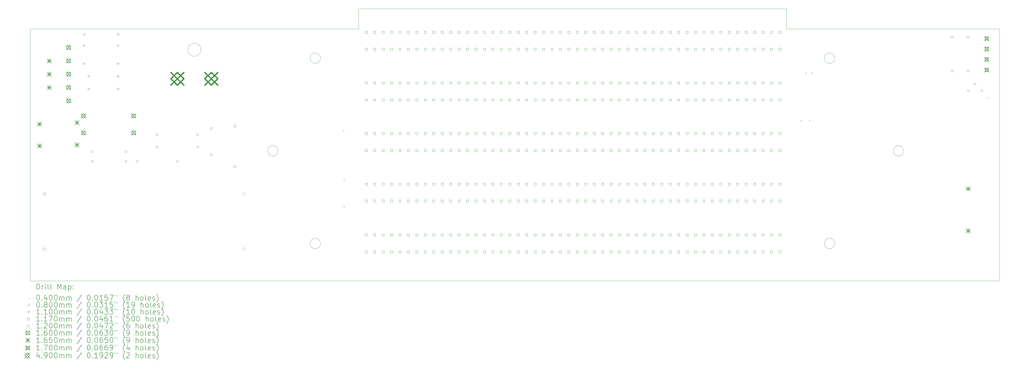
<source format=gbr>
%FSLAX45Y45*%
G04 Gerber Fmt 4.5, Leading zero omitted, Abs format (unit mm)*
G04 Created by KiCad (PCBNEW (6.0.0)) date 2022-11-09 00:17:15*
%MOMM*%
%LPD*%
G01*
G04 APERTURE LIST*
%TA.AperFunction,Profile*%
%ADD10C,0.100000*%
%TD*%
%ADD11C,0.200000*%
%ADD12C,0.040000*%
%ADD13C,0.080000*%
%ADD14C,0.110000*%
%ADD15C,0.117000*%
%ADD16C,0.120000*%
%ADD17C,0.160000*%
%ADD18C,0.165000*%
%ADD19C,0.170000*%
%ADD20C,0.490000*%
G04 APERTURE END LIST*
D10*
X16054600Y-6997475D02*
X16054600Y-6234475D01*
X13025600Y-11596975D02*
G75*
G03*
X13025600Y-11596975I-196500J0D01*
G01*
X3684600Y-6997475D02*
X3684600Y-16502475D01*
X3684600Y-6997475D02*
X16054600Y-6997475D01*
X16054600Y-6234475D02*
X32164600Y-6234475D01*
X40193600Y-6997475D02*
X40193600Y-16502475D01*
X14622600Y-8099975D02*
G75*
G03*
X14622600Y-8099975I-196500J0D01*
G01*
X36585600Y-11596975D02*
G75*
G03*
X36585600Y-11596975I-196500J0D01*
G01*
X10119600Y-7779975D02*
G75*
G03*
X10119600Y-7779975I-247500J0D01*
G01*
X40193600Y-16502475D02*
X3684600Y-16502475D01*
X33987600Y-15095975D02*
G75*
G03*
X33987600Y-15095975I-196500J0D01*
G01*
X32164600Y-6234475D02*
X32164600Y-6997475D01*
X33987600Y-8099975D02*
G75*
G03*
X33987600Y-8099975I-196500J0D01*
G01*
X32164600Y-6997475D02*
X40193600Y-6997475D01*
X14622600Y-15095975D02*
G75*
G03*
X14622600Y-15095975I-196500J0D01*
G01*
D11*
D12*
X15475600Y-10812875D02*
X15515600Y-10852875D01*
X15515600Y-10812875D02*
X15475600Y-10852875D01*
X15488300Y-12654375D02*
X15528300Y-12694375D01*
X15528300Y-12654375D02*
X15488300Y-12694375D01*
X15488300Y-13683075D02*
X15528300Y-13723075D01*
X15528300Y-13683075D02*
X15488300Y-13723075D01*
X32696800Y-10444575D02*
X32736800Y-10484575D01*
X32736800Y-10444575D02*
X32696800Y-10484575D01*
X32887300Y-8641175D02*
X32927300Y-8681175D01*
X32927300Y-8641175D02*
X32887300Y-8681175D01*
X33027000Y-10431875D02*
X33067000Y-10471875D01*
X33067000Y-10431875D02*
X33027000Y-10471875D01*
X33115900Y-8641175D02*
X33155900Y-8681175D01*
X33155900Y-8641175D02*
X33115900Y-8681175D01*
X39719900Y-9568275D02*
X39759900Y-9608275D01*
X39759900Y-9568275D02*
X39719900Y-9608275D01*
D13*
X6069600Y-11628475D02*
G75*
G03*
X6069600Y-11628475I-40000J0D01*
G01*
X6069600Y-12000475D02*
G75*
G03*
X6069600Y-12000475I-40000J0D01*
G01*
X7330600Y-11628475D02*
G75*
G03*
X7330600Y-11628475I-40000J0D01*
G01*
X7330600Y-12000475D02*
G75*
G03*
X7330600Y-12000475I-40000J0D01*
G01*
X7750600Y-12000475D02*
G75*
G03*
X7750600Y-12000475I-40000J0D01*
G01*
X8509600Y-10997475D02*
G75*
G03*
X8509600Y-10997475I-40000J0D01*
G01*
X8509600Y-11447475D02*
G75*
G03*
X8509600Y-11447475I-40000J0D01*
G01*
X9274600Y-12000475D02*
G75*
G03*
X9274600Y-12000475I-40000J0D01*
G01*
X10033600Y-10997475D02*
G75*
G03*
X10033600Y-10997475I-40000J0D01*
G01*
X10033600Y-11447475D02*
G75*
G03*
X10033600Y-11447475I-40000J0D01*
G01*
X10548600Y-10745475D02*
G75*
G03*
X10548600Y-10745475I-40000J0D01*
G01*
X10548600Y-11745475D02*
G75*
G03*
X10548600Y-11745475I-40000J0D01*
G01*
X38453600Y-7312475D02*
G75*
G03*
X38453600Y-7312475I-40000J0D01*
G01*
X38453600Y-8582475D02*
G75*
G03*
X38453600Y-8582475I-40000J0D01*
G01*
X39052600Y-7312475D02*
G75*
G03*
X39052600Y-7312475I-40000J0D01*
G01*
X39052600Y-8582475D02*
G75*
G03*
X39052600Y-8582475I-40000J0D01*
G01*
X39055600Y-9325475D02*
G75*
G03*
X39055600Y-9325475I-40000J0D01*
G01*
X39309600Y-9071475D02*
G75*
G03*
X39309600Y-9071475I-40000J0D01*
G01*
X39563600Y-9325475D02*
G75*
G03*
X39563600Y-9325475I-40000J0D01*
G01*
D14*
X5716600Y-7565475D02*
X5716600Y-7675475D01*
X5661600Y-7620475D02*
X5771600Y-7620475D01*
X5716600Y-8250475D02*
X5716600Y-8360475D01*
X5661600Y-8305475D02*
X5771600Y-8305475D01*
X5726600Y-7146475D02*
X5726600Y-7256475D01*
X5671600Y-7201475D02*
X5781600Y-7201475D01*
X5887600Y-8723475D02*
X5887600Y-8833475D01*
X5832600Y-8778475D02*
X5942600Y-8778475D01*
X5887600Y-9198475D02*
X5887600Y-9308475D01*
X5832600Y-9253475D02*
X5942600Y-9253475D01*
X6986600Y-7565475D02*
X6986600Y-7675475D01*
X6931600Y-7620475D02*
X7041600Y-7620475D01*
X6986600Y-8250475D02*
X6986600Y-8360475D01*
X6931600Y-8305475D02*
X7041600Y-8305475D01*
X6996600Y-7146475D02*
X6996600Y-7256475D01*
X6941600Y-7201475D02*
X7051600Y-7201475D01*
X6996600Y-8723475D02*
X6996600Y-8833475D01*
X6941600Y-8778475D02*
X7051600Y-8778475D01*
X6996600Y-9198475D02*
X6996600Y-9308475D01*
X6941600Y-9253475D02*
X7051600Y-9253475D01*
D15*
X16381966Y-7161841D02*
X16381966Y-7079109D01*
X16299234Y-7079109D01*
X16299234Y-7161841D01*
X16381966Y-7161841D01*
X16381966Y-7796841D02*
X16381966Y-7714109D01*
X16299234Y-7714109D01*
X16299234Y-7796841D01*
X16381966Y-7796841D01*
X16381966Y-9073091D02*
X16381966Y-8990359D01*
X16299234Y-8990359D01*
X16299234Y-9073091D01*
X16381966Y-9073091D01*
X16381966Y-9708091D02*
X16381966Y-9625359D01*
X16299234Y-9625359D01*
X16299234Y-9708091D01*
X16381966Y-9708091D01*
X16381966Y-10984341D02*
X16381966Y-10901609D01*
X16299234Y-10901609D01*
X16299234Y-10984341D01*
X16381966Y-10984341D01*
X16381966Y-11619341D02*
X16381966Y-11536609D01*
X16299234Y-11536609D01*
X16299234Y-11619341D01*
X16381966Y-11619341D01*
X16381966Y-12895591D02*
X16381966Y-12812859D01*
X16299234Y-12812859D01*
X16299234Y-12895591D01*
X16381966Y-12895591D01*
X16381966Y-13530591D02*
X16381966Y-13447859D01*
X16299234Y-13447859D01*
X16299234Y-13530591D01*
X16381966Y-13530591D01*
X16381966Y-14806841D02*
X16381966Y-14724109D01*
X16299234Y-14724109D01*
X16299234Y-14806841D01*
X16381966Y-14806841D01*
X16381966Y-15441841D02*
X16381966Y-15359109D01*
X16299234Y-15359109D01*
X16299234Y-15441841D01*
X16381966Y-15441841D01*
X16699966Y-7161841D02*
X16699966Y-7079109D01*
X16617234Y-7079109D01*
X16617234Y-7161841D01*
X16699966Y-7161841D01*
X16699966Y-7796841D02*
X16699966Y-7714109D01*
X16617234Y-7714109D01*
X16617234Y-7796841D01*
X16699966Y-7796841D01*
X16699966Y-9073091D02*
X16699966Y-8990359D01*
X16617234Y-8990359D01*
X16617234Y-9073091D01*
X16699966Y-9073091D01*
X16699966Y-9708091D02*
X16699966Y-9625359D01*
X16617234Y-9625359D01*
X16617234Y-9708091D01*
X16699966Y-9708091D01*
X16699966Y-10984341D02*
X16699966Y-10901609D01*
X16617234Y-10901609D01*
X16617234Y-10984341D01*
X16699966Y-10984341D01*
X16699966Y-11619341D02*
X16699966Y-11536609D01*
X16617234Y-11536609D01*
X16617234Y-11619341D01*
X16699966Y-11619341D01*
X16699966Y-12895591D02*
X16699966Y-12812859D01*
X16617234Y-12812859D01*
X16617234Y-12895591D01*
X16699966Y-12895591D01*
X16699966Y-13530591D02*
X16699966Y-13447859D01*
X16617234Y-13447859D01*
X16617234Y-13530591D01*
X16699966Y-13530591D01*
X16699966Y-14806841D02*
X16699966Y-14724109D01*
X16617234Y-14724109D01*
X16617234Y-14806841D01*
X16699966Y-14806841D01*
X16699966Y-15441841D02*
X16699966Y-15359109D01*
X16617234Y-15359109D01*
X16617234Y-15441841D01*
X16699966Y-15441841D01*
X17017966Y-7161841D02*
X17017966Y-7079109D01*
X16935234Y-7079109D01*
X16935234Y-7161841D01*
X17017966Y-7161841D01*
X17017966Y-7796841D02*
X17017966Y-7714109D01*
X16935234Y-7714109D01*
X16935234Y-7796841D01*
X17017966Y-7796841D01*
X17017966Y-9073091D02*
X17017966Y-8990359D01*
X16935234Y-8990359D01*
X16935234Y-9073091D01*
X17017966Y-9073091D01*
X17017966Y-9708091D02*
X17017966Y-9625359D01*
X16935234Y-9625359D01*
X16935234Y-9708091D01*
X17017966Y-9708091D01*
X17017966Y-10984341D02*
X17017966Y-10901609D01*
X16935234Y-10901609D01*
X16935234Y-10984341D01*
X17017966Y-10984341D01*
X17017966Y-11619341D02*
X17017966Y-11536609D01*
X16935234Y-11536609D01*
X16935234Y-11619341D01*
X17017966Y-11619341D01*
X17017966Y-12895591D02*
X17017966Y-12812859D01*
X16935234Y-12812859D01*
X16935234Y-12895591D01*
X17017966Y-12895591D01*
X17017966Y-13530591D02*
X17017966Y-13447859D01*
X16935234Y-13447859D01*
X16935234Y-13530591D01*
X17017966Y-13530591D01*
X17017966Y-14806841D02*
X17017966Y-14724109D01*
X16935234Y-14724109D01*
X16935234Y-14806841D01*
X17017966Y-14806841D01*
X17017966Y-15441841D02*
X17017966Y-15359109D01*
X16935234Y-15359109D01*
X16935234Y-15441841D01*
X17017966Y-15441841D01*
X17335966Y-7161841D02*
X17335966Y-7079109D01*
X17253234Y-7079109D01*
X17253234Y-7161841D01*
X17335966Y-7161841D01*
X17335966Y-7796841D02*
X17335966Y-7714109D01*
X17253234Y-7714109D01*
X17253234Y-7796841D01*
X17335966Y-7796841D01*
X17335966Y-9073091D02*
X17335966Y-8990359D01*
X17253234Y-8990359D01*
X17253234Y-9073091D01*
X17335966Y-9073091D01*
X17335966Y-9708091D02*
X17335966Y-9625359D01*
X17253234Y-9625359D01*
X17253234Y-9708091D01*
X17335966Y-9708091D01*
X17335966Y-10984341D02*
X17335966Y-10901609D01*
X17253234Y-10901609D01*
X17253234Y-10984341D01*
X17335966Y-10984341D01*
X17335966Y-11619341D02*
X17335966Y-11536609D01*
X17253234Y-11536609D01*
X17253234Y-11619341D01*
X17335966Y-11619341D01*
X17335966Y-12895591D02*
X17335966Y-12812859D01*
X17253234Y-12812859D01*
X17253234Y-12895591D01*
X17335966Y-12895591D01*
X17335966Y-13530591D02*
X17335966Y-13447859D01*
X17253234Y-13447859D01*
X17253234Y-13530591D01*
X17335966Y-13530591D01*
X17335966Y-14806841D02*
X17335966Y-14724109D01*
X17253234Y-14724109D01*
X17253234Y-14806841D01*
X17335966Y-14806841D01*
X17335966Y-15441841D02*
X17335966Y-15359109D01*
X17253234Y-15359109D01*
X17253234Y-15441841D01*
X17335966Y-15441841D01*
X17653966Y-7161841D02*
X17653966Y-7079109D01*
X17571234Y-7079109D01*
X17571234Y-7161841D01*
X17653966Y-7161841D01*
X17653966Y-7796841D02*
X17653966Y-7714109D01*
X17571234Y-7714109D01*
X17571234Y-7796841D01*
X17653966Y-7796841D01*
X17653966Y-9073091D02*
X17653966Y-8990359D01*
X17571234Y-8990359D01*
X17571234Y-9073091D01*
X17653966Y-9073091D01*
X17653966Y-9708091D02*
X17653966Y-9625359D01*
X17571234Y-9625359D01*
X17571234Y-9708091D01*
X17653966Y-9708091D01*
X17653966Y-10984341D02*
X17653966Y-10901609D01*
X17571234Y-10901609D01*
X17571234Y-10984341D01*
X17653966Y-10984341D01*
X17653966Y-11619341D02*
X17653966Y-11536609D01*
X17571234Y-11536609D01*
X17571234Y-11619341D01*
X17653966Y-11619341D01*
X17653966Y-12895591D02*
X17653966Y-12812859D01*
X17571234Y-12812859D01*
X17571234Y-12895591D01*
X17653966Y-12895591D01*
X17653966Y-13530591D02*
X17653966Y-13447859D01*
X17571234Y-13447859D01*
X17571234Y-13530591D01*
X17653966Y-13530591D01*
X17653966Y-14806841D02*
X17653966Y-14724109D01*
X17571234Y-14724109D01*
X17571234Y-14806841D01*
X17653966Y-14806841D01*
X17653966Y-15441841D02*
X17653966Y-15359109D01*
X17571234Y-15359109D01*
X17571234Y-15441841D01*
X17653966Y-15441841D01*
X17971966Y-7161841D02*
X17971966Y-7079109D01*
X17889234Y-7079109D01*
X17889234Y-7161841D01*
X17971966Y-7161841D01*
X17971966Y-7796841D02*
X17971966Y-7714109D01*
X17889234Y-7714109D01*
X17889234Y-7796841D01*
X17971966Y-7796841D01*
X17971966Y-9073091D02*
X17971966Y-8990359D01*
X17889234Y-8990359D01*
X17889234Y-9073091D01*
X17971966Y-9073091D01*
X17971966Y-9708091D02*
X17971966Y-9625359D01*
X17889234Y-9625359D01*
X17889234Y-9708091D01*
X17971966Y-9708091D01*
X17971966Y-10984341D02*
X17971966Y-10901609D01*
X17889234Y-10901609D01*
X17889234Y-10984341D01*
X17971966Y-10984341D01*
X17971966Y-11619341D02*
X17971966Y-11536609D01*
X17889234Y-11536609D01*
X17889234Y-11619341D01*
X17971966Y-11619341D01*
X17971966Y-12895591D02*
X17971966Y-12812859D01*
X17889234Y-12812859D01*
X17889234Y-12895591D01*
X17971966Y-12895591D01*
X17971966Y-13530591D02*
X17971966Y-13447859D01*
X17889234Y-13447859D01*
X17889234Y-13530591D01*
X17971966Y-13530591D01*
X17971966Y-14806841D02*
X17971966Y-14724109D01*
X17889234Y-14724109D01*
X17889234Y-14806841D01*
X17971966Y-14806841D01*
X17971966Y-15441841D02*
X17971966Y-15359109D01*
X17889234Y-15359109D01*
X17889234Y-15441841D01*
X17971966Y-15441841D01*
X18289966Y-7161841D02*
X18289966Y-7079109D01*
X18207234Y-7079109D01*
X18207234Y-7161841D01*
X18289966Y-7161841D01*
X18289966Y-7796841D02*
X18289966Y-7714109D01*
X18207234Y-7714109D01*
X18207234Y-7796841D01*
X18289966Y-7796841D01*
X18289966Y-9073091D02*
X18289966Y-8990359D01*
X18207234Y-8990359D01*
X18207234Y-9073091D01*
X18289966Y-9073091D01*
X18289966Y-9708091D02*
X18289966Y-9625359D01*
X18207234Y-9625359D01*
X18207234Y-9708091D01*
X18289966Y-9708091D01*
X18289966Y-10984341D02*
X18289966Y-10901609D01*
X18207234Y-10901609D01*
X18207234Y-10984341D01*
X18289966Y-10984341D01*
X18289966Y-11619341D02*
X18289966Y-11536609D01*
X18207234Y-11536609D01*
X18207234Y-11619341D01*
X18289966Y-11619341D01*
X18289966Y-12895591D02*
X18289966Y-12812859D01*
X18207234Y-12812859D01*
X18207234Y-12895591D01*
X18289966Y-12895591D01*
X18289966Y-13530591D02*
X18289966Y-13447859D01*
X18207234Y-13447859D01*
X18207234Y-13530591D01*
X18289966Y-13530591D01*
X18289966Y-14806841D02*
X18289966Y-14724109D01*
X18207234Y-14724109D01*
X18207234Y-14806841D01*
X18289966Y-14806841D01*
X18289966Y-15441841D02*
X18289966Y-15359109D01*
X18207234Y-15359109D01*
X18207234Y-15441841D01*
X18289966Y-15441841D01*
X18607966Y-7161841D02*
X18607966Y-7079109D01*
X18525234Y-7079109D01*
X18525234Y-7161841D01*
X18607966Y-7161841D01*
X18607966Y-7796841D02*
X18607966Y-7714109D01*
X18525234Y-7714109D01*
X18525234Y-7796841D01*
X18607966Y-7796841D01*
X18607966Y-9073091D02*
X18607966Y-8990359D01*
X18525234Y-8990359D01*
X18525234Y-9073091D01*
X18607966Y-9073091D01*
X18607966Y-9708091D02*
X18607966Y-9625359D01*
X18525234Y-9625359D01*
X18525234Y-9708091D01*
X18607966Y-9708091D01*
X18607966Y-10984341D02*
X18607966Y-10901609D01*
X18525234Y-10901609D01*
X18525234Y-10984341D01*
X18607966Y-10984341D01*
X18607966Y-11619341D02*
X18607966Y-11536609D01*
X18525234Y-11536609D01*
X18525234Y-11619341D01*
X18607966Y-11619341D01*
X18607966Y-12895591D02*
X18607966Y-12812859D01*
X18525234Y-12812859D01*
X18525234Y-12895591D01*
X18607966Y-12895591D01*
X18607966Y-13530591D02*
X18607966Y-13447859D01*
X18525234Y-13447859D01*
X18525234Y-13530591D01*
X18607966Y-13530591D01*
X18607966Y-14806841D02*
X18607966Y-14724109D01*
X18525234Y-14724109D01*
X18525234Y-14806841D01*
X18607966Y-14806841D01*
X18607966Y-15441841D02*
X18607966Y-15359109D01*
X18525234Y-15359109D01*
X18525234Y-15441841D01*
X18607966Y-15441841D01*
X18925966Y-7161841D02*
X18925966Y-7079109D01*
X18843234Y-7079109D01*
X18843234Y-7161841D01*
X18925966Y-7161841D01*
X18925966Y-7796841D02*
X18925966Y-7714109D01*
X18843234Y-7714109D01*
X18843234Y-7796841D01*
X18925966Y-7796841D01*
X18925966Y-9073091D02*
X18925966Y-8990359D01*
X18843234Y-8990359D01*
X18843234Y-9073091D01*
X18925966Y-9073091D01*
X18925966Y-9708091D02*
X18925966Y-9625359D01*
X18843234Y-9625359D01*
X18843234Y-9708091D01*
X18925966Y-9708091D01*
X18925966Y-10984341D02*
X18925966Y-10901609D01*
X18843234Y-10901609D01*
X18843234Y-10984341D01*
X18925966Y-10984341D01*
X18925966Y-11619341D02*
X18925966Y-11536609D01*
X18843234Y-11536609D01*
X18843234Y-11619341D01*
X18925966Y-11619341D01*
X18925966Y-12895591D02*
X18925966Y-12812859D01*
X18843234Y-12812859D01*
X18843234Y-12895591D01*
X18925966Y-12895591D01*
X18925966Y-13530591D02*
X18925966Y-13447859D01*
X18843234Y-13447859D01*
X18843234Y-13530591D01*
X18925966Y-13530591D01*
X18925966Y-14806841D02*
X18925966Y-14724109D01*
X18843234Y-14724109D01*
X18843234Y-14806841D01*
X18925966Y-14806841D01*
X18925966Y-15441841D02*
X18925966Y-15359109D01*
X18843234Y-15359109D01*
X18843234Y-15441841D01*
X18925966Y-15441841D01*
X19243966Y-7161841D02*
X19243966Y-7079109D01*
X19161234Y-7079109D01*
X19161234Y-7161841D01*
X19243966Y-7161841D01*
X19243966Y-7796841D02*
X19243966Y-7714109D01*
X19161234Y-7714109D01*
X19161234Y-7796841D01*
X19243966Y-7796841D01*
X19243966Y-9073091D02*
X19243966Y-8990359D01*
X19161234Y-8990359D01*
X19161234Y-9073091D01*
X19243966Y-9073091D01*
X19243966Y-9708091D02*
X19243966Y-9625359D01*
X19161234Y-9625359D01*
X19161234Y-9708091D01*
X19243966Y-9708091D01*
X19243966Y-10984341D02*
X19243966Y-10901609D01*
X19161234Y-10901609D01*
X19161234Y-10984341D01*
X19243966Y-10984341D01*
X19243966Y-11619341D02*
X19243966Y-11536609D01*
X19161234Y-11536609D01*
X19161234Y-11619341D01*
X19243966Y-11619341D01*
X19243966Y-12895591D02*
X19243966Y-12812859D01*
X19161234Y-12812859D01*
X19161234Y-12895591D01*
X19243966Y-12895591D01*
X19243966Y-13530591D02*
X19243966Y-13447859D01*
X19161234Y-13447859D01*
X19161234Y-13530591D01*
X19243966Y-13530591D01*
X19243966Y-14806841D02*
X19243966Y-14724109D01*
X19161234Y-14724109D01*
X19161234Y-14806841D01*
X19243966Y-14806841D01*
X19243966Y-15441841D02*
X19243966Y-15359109D01*
X19161234Y-15359109D01*
X19161234Y-15441841D01*
X19243966Y-15441841D01*
X19561966Y-7161841D02*
X19561966Y-7079109D01*
X19479234Y-7079109D01*
X19479234Y-7161841D01*
X19561966Y-7161841D01*
X19561966Y-7796841D02*
X19561966Y-7714109D01*
X19479234Y-7714109D01*
X19479234Y-7796841D01*
X19561966Y-7796841D01*
X19561966Y-9073091D02*
X19561966Y-8990359D01*
X19479234Y-8990359D01*
X19479234Y-9073091D01*
X19561966Y-9073091D01*
X19561966Y-9708091D02*
X19561966Y-9625359D01*
X19479234Y-9625359D01*
X19479234Y-9708091D01*
X19561966Y-9708091D01*
X19561966Y-10984341D02*
X19561966Y-10901609D01*
X19479234Y-10901609D01*
X19479234Y-10984341D01*
X19561966Y-10984341D01*
X19561966Y-11619341D02*
X19561966Y-11536609D01*
X19479234Y-11536609D01*
X19479234Y-11619341D01*
X19561966Y-11619341D01*
X19561966Y-12895591D02*
X19561966Y-12812859D01*
X19479234Y-12812859D01*
X19479234Y-12895591D01*
X19561966Y-12895591D01*
X19561966Y-13530591D02*
X19561966Y-13447859D01*
X19479234Y-13447859D01*
X19479234Y-13530591D01*
X19561966Y-13530591D01*
X19561966Y-14806841D02*
X19561966Y-14724109D01*
X19479234Y-14724109D01*
X19479234Y-14806841D01*
X19561966Y-14806841D01*
X19561966Y-15441841D02*
X19561966Y-15359109D01*
X19479234Y-15359109D01*
X19479234Y-15441841D01*
X19561966Y-15441841D01*
X19879966Y-7161841D02*
X19879966Y-7079109D01*
X19797234Y-7079109D01*
X19797234Y-7161841D01*
X19879966Y-7161841D01*
X19879966Y-7796841D02*
X19879966Y-7714109D01*
X19797234Y-7714109D01*
X19797234Y-7796841D01*
X19879966Y-7796841D01*
X19879966Y-9073091D02*
X19879966Y-8990359D01*
X19797234Y-8990359D01*
X19797234Y-9073091D01*
X19879966Y-9073091D01*
X19879966Y-9708091D02*
X19879966Y-9625359D01*
X19797234Y-9625359D01*
X19797234Y-9708091D01*
X19879966Y-9708091D01*
X19879966Y-10984341D02*
X19879966Y-10901609D01*
X19797234Y-10901609D01*
X19797234Y-10984341D01*
X19879966Y-10984341D01*
X19879966Y-11619341D02*
X19879966Y-11536609D01*
X19797234Y-11536609D01*
X19797234Y-11619341D01*
X19879966Y-11619341D01*
X19879966Y-12895591D02*
X19879966Y-12812859D01*
X19797234Y-12812859D01*
X19797234Y-12895591D01*
X19879966Y-12895591D01*
X19879966Y-13530591D02*
X19879966Y-13447859D01*
X19797234Y-13447859D01*
X19797234Y-13530591D01*
X19879966Y-13530591D01*
X19879966Y-14806841D02*
X19879966Y-14724109D01*
X19797234Y-14724109D01*
X19797234Y-14806841D01*
X19879966Y-14806841D01*
X19879966Y-15441841D02*
X19879966Y-15359109D01*
X19797234Y-15359109D01*
X19797234Y-15441841D01*
X19879966Y-15441841D01*
X20197966Y-7161841D02*
X20197966Y-7079109D01*
X20115234Y-7079109D01*
X20115234Y-7161841D01*
X20197966Y-7161841D01*
X20197966Y-7796841D02*
X20197966Y-7714109D01*
X20115234Y-7714109D01*
X20115234Y-7796841D01*
X20197966Y-7796841D01*
X20197966Y-9073091D02*
X20197966Y-8990359D01*
X20115234Y-8990359D01*
X20115234Y-9073091D01*
X20197966Y-9073091D01*
X20197966Y-9708091D02*
X20197966Y-9625359D01*
X20115234Y-9625359D01*
X20115234Y-9708091D01*
X20197966Y-9708091D01*
X20197966Y-10984341D02*
X20197966Y-10901609D01*
X20115234Y-10901609D01*
X20115234Y-10984341D01*
X20197966Y-10984341D01*
X20197966Y-11619341D02*
X20197966Y-11536609D01*
X20115234Y-11536609D01*
X20115234Y-11619341D01*
X20197966Y-11619341D01*
X20197966Y-12895591D02*
X20197966Y-12812859D01*
X20115234Y-12812859D01*
X20115234Y-12895591D01*
X20197966Y-12895591D01*
X20197966Y-13530591D02*
X20197966Y-13447859D01*
X20115234Y-13447859D01*
X20115234Y-13530591D01*
X20197966Y-13530591D01*
X20197966Y-14806841D02*
X20197966Y-14724109D01*
X20115234Y-14724109D01*
X20115234Y-14806841D01*
X20197966Y-14806841D01*
X20197966Y-15441841D02*
X20197966Y-15359109D01*
X20115234Y-15359109D01*
X20115234Y-15441841D01*
X20197966Y-15441841D01*
X20515966Y-7161841D02*
X20515966Y-7079109D01*
X20433234Y-7079109D01*
X20433234Y-7161841D01*
X20515966Y-7161841D01*
X20515966Y-7796841D02*
X20515966Y-7714109D01*
X20433234Y-7714109D01*
X20433234Y-7796841D01*
X20515966Y-7796841D01*
X20515966Y-9073091D02*
X20515966Y-8990359D01*
X20433234Y-8990359D01*
X20433234Y-9073091D01*
X20515966Y-9073091D01*
X20515966Y-9708091D02*
X20515966Y-9625359D01*
X20433234Y-9625359D01*
X20433234Y-9708091D01*
X20515966Y-9708091D01*
X20515966Y-10984341D02*
X20515966Y-10901609D01*
X20433234Y-10901609D01*
X20433234Y-10984341D01*
X20515966Y-10984341D01*
X20515966Y-11619341D02*
X20515966Y-11536609D01*
X20433234Y-11536609D01*
X20433234Y-11619341D01*
X20515966Y-11619341D01*
X20515966Y-12895591D02*
X20515966Y-12812859D01*
X20433234Y-12812859D01*
X20433234Y-12895591D01*
X20515966Y-12895591D01*
X20515966Y-13530591D02*
X20515966Y-13447859D01*
X20433234Y-13447859D01*
X20433234Y-13530591D01*
X20515966Y-13530591D01*
X20515966Y-14806841D02*
X20515966Y-14724109D01*
X20433234Y-14724109D01*
X20433234Y-14806841D01*
X20515966Y-14806841D01*
X20515966Y-15441841D02*
X20515966Y-15359109D01*
X20433234Y-15359109D01*
X20433234Y-15441841D01*
X20515966Y-15441841D01*
X20833966Y-7161841D02*
X20833966Y-7079109D01*
X20751234Y-7079109D01*
X20751234Y-7161841D01*
X20833966Y-7161841D01*
X20833966Y-7796841D02*
X20833966Y-7714109D01*
X20751234Y-7714109D01*
X20751234Y-7796841D01*
X20833966Y-7796841D01*
X20833966Y-9073091D02*
X20833966Y-8990359D01*
X20751234Y-8990359D01*
X20751234Y-9073091D01*
X20833966Y-9073091D01*
X20833966Y-9708091D02*
X20833966Y-9625359D01*
X20751234Y-9625359D01*
X20751234Y-9708091D01*
X20833966Y-9708091D01*
X20833966Y-10984341D02*
X20833966Y-10901609D01*
X20751234Y-10901609D01*
X20751234Y-10984341D01*
X20833966Y-10984341D01*
X20833966Y-11619341D02*
X20833966Y-11536609D01*
X20751234Y-11536609D01*
X20751234Y-11619341D01*
X20833966Y-11619341D01*
X20833966Y-12895591D02*
X20833966Y-12812859D01*
X20751234Y-12812859D01*
X20751234Y-12895591D01*
X20833966Y-12895591D01*
X20833966Y-13530591D02*
X20833966Y-13447859D01*
X20751234Y-13447859D01*
X20751234Y-13530591D01*
X20833966Y-13530591D01*
X20833966Y-14806841D02*
X20833966Y-14724109D01*
X20751234Y-14724109D01*
X20751234Y-14806841D01*
X20833966Y-14806841D01*
X20833966Y-15441841D02*
X20833966Y-15359109D01*
X20751234Y-15359109D01*
X20751234Y-15441841D01*
X20833966Y-15441841D01*
X21151966Y-7161841D02*
X21151966Y-7079109D01*
X21069234Y-7079109D01*
X21069234Y-7161841D01*
X21151966Y-7161841D01*
X21151966Y-7796841D02*
X21151966Y-7714109D01*
X21069234Y-7714109D01*
X21069234Y-7796841D01*
X21151966Y-7796841D01*
X21151966Y-9073091D02*
X21151966Y-8990359D01*
X21069234Y-8990359D01*
X21069234Y-9073091D01*
X21151966Y-9073091D01*
X21151966Y-9708091D02*
X21151966Y-9625359D01*
X21069234Y-9625359D01*
X21069234Y-9708091D01*
X21151966Y-9708091D01*
X21151966Y-10984341D02*
X21151966Y-10901609D01*
X21069234Y-10901609D01*
X21069234Y-10984341D01*
X21151966Y-10984341D01*
X21151966Y-11619341D02*
X21151966Y-11536609D01*
X21069234Y-11536609D01*
X21069234Y-11619341D01*
X21151966Y-11619341D01*
X21151966Y-12895591D02*
X21151966Y-12812859D01*
X21069234Y-12812859D01*
X21069234Y-12895591D01*
X21151966Y-12895591D01*
X21151966Y-13530591D02*
X21151966Y-13447859D01*
X21069234Y-13447859D01*
X21069234Y-13530591D01*
X21151966Y-13530591D01*
X21151966Y-14806841D02*
X21151966Y-14724109D01*
X21069234Y-14724109D01*
X21069234Y-14806841D01*
X21151966Y-14806841D01*
X21151966Y-15441841D02*
X21151966Y-15359109D01*
X21069234Y-15359109D01*
X21069234Y-15441841D01*
X21151966Y-15441841D01*
X21469966Y-7161841D02*
X21469966Y-7079109D01*
X21387234Y-7079109D01*
X21387234Y-7161841D01*
X21469966Y-7161841D01*
X21469966Y-7796841D02*
X21469966Y-7714109D01*
X21387234Y-7714109D01*
X21387234Y-7796841D01*
X21469966Y-7796841D01*
X21469966Y-9073091D02*
X21469966Y-8990359D01*
X21387234Y-8990359D01*
X21387234Y-9073091D01*
X21469966Y-9073091D01*
X21469966Y-9708091D02*
X21469966Y-9625359D01*
X21387234Y-9625359D01*
X21387234Y-9708091D01*
X21469966Y-9708091D01*
X21469966Y-10984341D02*
X21469966Y-10901609D01*
X21387234Y-10901609D01*
X21387234Y-10984341D01*
X21469966Y-10984341D01*
X21469966Y-11619341D02*
X21469966Y-11536609D01*
X21387234Y-11536609D01*
X21387234Y-11619341D01*
X21469966Y-11619341D01*
X21469966Y-12895591D02*
X21469966Y-12812859D01*
X21387234Y-12812859D01*
X21387234Y-12895591D01*
X21469966Y-12895591D01*
X21469966Y-13530591D02*
X21469966Y-13447859D01*
X21387234Y-13447859D01*
X21387234Y-13530591D01*
X21469966Y-13530591D01*
X21469966Y-14806841D02*
X21469966Y-14724109D01*
X21387234Y-14724109D01*
X21387234Y-14806841D01*
X21469966Y-14806841D01*
X21469966Y-15441841D02*
X21469966Y-15359109D01*
X21387234Y-15359109D01*
X21387234Y-15441841D01*
X21469966Y-15441841D01*
X21787966Y-7161841D02*
X21787966Y-7079109D01*
X21705234Y-7079109D01*
X21705234Y-7161841D01*
X21787966Y-7161841D01*
X21787966Y-7796841D02*
X21787966Y-7714109D01*
X21705234Y-7714109D01*
X21705234Y-7796841D01*
X21787966Y-7796841D01*
X21787966Y-9073091D02*
X21787966Y-8990359D01*
X21705234Y-8990359D01*
X21705234Y-9073091D01*
X21787966Y-9073091D01*
X21787966Y-9708091D02*
X21787966Y-9625359D01*
X21705234Y-9625359D01*
X21705234Y-9708091D01*
X21787966Y-9708091D01*
X21787966Y-10984341D02*
X21787966Y-10901609D01*
X21705234Y-10901609D01*
X21705234Y-10984341D01*
X21787966Y-10984341D01*
X21787966Y-11619341D02*
X21787966Y-11536609D01*
X21705234Y-11536609D01*
X21705234Y-11619341D01*
X21787966Y-11619341D01*
X21787966Y-12895591D02*
X21787966Y-12812859D01*
X21705234Y-12812859D01*
X21705234Y-12895591D01*
X21787966Y-12895591D01*
X21787966Y-13530591D02*
X21787966Y-13447859D01*
X21705234Y-13447859D01*
X21705234Y-13530591D01*
X21787966Y-13530591D01*
X21787966Y-14806841D02*
X21787966Y-14724109D01*
X21705234Y-14724109D01*
X21705234Y-14806841D01*
X21787966Y-14806841D01*
X21787966Y-15441841D02*
X21787966Y-15359109D01*
X21705234Y-15359109D01*
X21705234Y-15441841D01*
X21787966Y-15441841D01*
X22105966Y-7161841D02*
X22105966Y-7079109D01*
X22023234Y-7079109D01*
X22023234Y-7161841D01*
X22105966Y-7161841D01*
X22105966Y-7796841D02*
X22105966Y-7714109D01*
X22023234Y-7714109D01*
X22023234Y-7796841D01*
X22105966Y-7796841D01*
X22105966Y-9073091D02*
X22105966Y-8990359D01*
X22023234Y-8990359D01*
X22023234Y-9073091D01*
X22105966Y-9073091D01*
X22105966Y-9708091D02*
X22105966Y-9625359D01*
X22023234Y-9625359D01*
X22023234Y-9708091D01*
X22105966Y-9708091D01*
X22105966Y-10984341D02*
X22105966Y-10901609D01*
X22023234Y-10901609D01*
X22023234Y-10984341D01*
X22105966Y-10984341D01*
X22105966Y-11619341D02*
X22105966Y-11536609D01*
X22023234Y-11536609D01*
X22023234Y-11619341D01*
X22105966Y-11619341D01*
X22105966Y-12895591D02*
X22105966Y-12812859D01*
X22023234Y-12812859D01*
X22023234Y-12895591D01*
X22105966Y-12895591D01*
X22105966Y-13530591D02*
X22105966Y-13447859D01*
X22023234Y-13447859D01*
X22023234Y-13530591D01*
X22105966Y-13530591D01*
X22105966Y-14806841D02*
X22105966Y-14724109D01*
X22023234Y-14724109D01*
X22023234Y-14806841D01*
X22105966Y-14806841D01*
X22105966Y-15441841D02*
X22105966Y-15359109D01*
X22023234Y-15359109D01*
X22023234Y-15441841D01*
X22105966Y-15441841D01*
X22423966Y-7161841D02*
X22423966Y-7079109D01*
X22341234Y-7079109D01*
X22341234Y-7161841D01*
X22423966Y-7161841D01*
X22423966Y-7796841D02*
X22423966Y-7714109D01*
X22341234Y-7714109D01*
X22341234Y-7796841D01*
X22423966Y-7796841D01*
X22423966Y-9073091D02*
X22423966Y-8990359D01*
X22341234Y-8990359D01*
X22341234Y-9073091D01*
X22423966Y-9073091D01*
X22423966Y-9708091D02*
X22423966Y-9625359D01*
X22341234Y-9625359D01*
X22341234Y-9708091D01*
X22423966Y-9708091D01*
X22423966Y-10984341D02*
X22423966Y-10901609D01*
X22341234Y-10901609D01*
X22341234Y-10984341D01*
X22423966Y-10984341D01*
X22423966Y-11619341D02*
X22423966Y-11536609D01*
X22341234Y-11536609D01*
X22341234Y-11619341D01*
X22423966Y-11619341D01*
X22423966Y-12895591D02*
X22423966Y-12812859D01*
X22341234Y-12812859D01*
X22341234Y-12895591D01*
X22423966Y-12895591D01*
X22423966Y-13530591D02*
X22423966Y-13447859D01*
X22341234Y-13447859D01*
X22341234Y-13530591D01*
X22423966Y-13530591D01*
X22423966Y-14806841D02*
X22423966Y-14724109D01*
X22341234Y-14724109D01*
X22341234Y-14806841D01*
X22423966Y-14806841D01*
X22423966Y-15441841D02*
X22423966Y-15359109D01*
X22341234Y-15359109D01*
X22341234Y-15441841D01*
X22423966Y-15441841D01*
X22741966Y-7161841D02*
X22741966Y-7079109D01*
X22659234Y-7079109D01*
X22659234Y-7161841D01*
X22741966Y-7161841D01*
X22741966Y-7796841D02*
X22741966Y-7714109D01*
X22659234Y-7714109D01*
X22659234Y-7796841D01*
X22741966Y-7796841D01*
X22741966Y-9073091D02*
X22741966Y-8990359D01*
X22659234Y-8990359D01*
X22659234Y-9073091D01*
X22741966Y-9073091D01*
X22741966Y-9708091D02*
X22741966Y-9625359D01*
X22659234Y-9625359D01*
X22659234Y-9708091D01*
X22741966Y-9708091D01*
X22741966Y-10984341D02*
X22741966Y-10901609D01*
X22659234Y-10901609D01*
X22659234Y-10984341D01*
X22741966Y-10984341D01*
X22741966Y-11619341D02*
X22741966Y-11536609D01*
X22659234Y-11536609D01*
X22659234Y-11619341D01*
X22741966Y-11619341D01*
X22741966Y-12895591D02*
X22741966Y-12812859D01*
X22659234Y-12812859D01*
X22659234Y-12895591D01*
X22741966Y-12895591D01*
X22741966Y-13530591D02*
X22741966Y-13447859D01*
X22659234Y-13447859D01*
X22659234Y-13530591D01*
X22741966Y-13530591D01*
X22741966Y-14806841D02*
X22741966Y-14724109D01*
X22659234Y-14724109D01*
X22659234Y-14806841D01*
X22741966Y-14806841D01*
X22741966Y-15441841D02*
X22741966Y-15359109D01*
X22659234Y-15359109D01*
X22659234Y-15441841D01*
X22741966Y-15441841D01*
X23059966Y-7161841D02*
X23059966Y-7079109D01*
X22977234Y-7079109D01*
X22977234Y-7161841D01*
X23059966Y-7161841D01*
X23059966Y-7796841D02*
X23059966Y-7714109D01*
X22977234Y-7714109D01*
X22977234Y-7796841D01*
X23059966Y-7796841D01*
X23059966Y-9073091D02*
X23059966Y-8990359D01*
X22977234Y-8990359D01*
X22977234Y-9073091D01*
X23059966Y-9073091D01*
X23059966Y-9708091D02*
X23059966Y-9625359D01*
X22977234Y-9625359D01*
X22977234Y-9708091D01*
X23059966Y-9708091D01*
X23059966Y-10984341D02*
X23059966Y-10901609D01*
X22977234Y-10901609D01*
X22977234Y-10984341D01*
X23059966Y-10984341D01*
X23059966Y-11619341D02*
X23059966Y-11536609D01*
X22977234Y-11536609D01*
X22977234Y-11619341D01*
X23059966Y-11619341D01*
X23059966Y-12895591D02*
X23059966Y-12812859D01*
X22977234Y-12812859D01*
X22977234Y-12895591D01*
X23059966Y-12895591D01*
X23059966Y-13530591D02*
X23059966Y-13447859D01*
X22977234Y-13447859D01*
X22977234Y-13530591D01*
X23059966Y-13530591D01*
X23059966Y-14806841D02*
X23059966Y-14724109D01*
X22977234Y-14724109D01*
X22977234Y-14806841D01*
X23059966Y-14806841D01*
X23059966Y-15441841D02*
X23059966Y-15359109D01*
X22977234Y-15359109D01*
X22977234Y-15441841D01*
X23059966Y-15441841D01*
X23377966Y-7161841D02*
X23377966Y-7079109D01*
X23295234Y-7079109D01*
X23295234Y-7161841D01*
X23377966Y-7161841D01*
X23377966Y-7796841D02*
X23377966Y-7714109D01*
X23295234Y-7714109D01*
X23295234Y-7796841D01*
X23377966Y-7796841D01*
X23377966Y-9073091D02*
X23377966Y-8990359D01*
X23295234Y-8990359D01*
X23295234Y-9073091D01*
X23377966Y-9073091D01*
X23377966Y-9708091D02*
X23377966Y-9625359D01*
X23295234Y-9625359D01*
X23295234Y-9708091D01*
X23377966Y-9708091D01*
X23377966Y-10984341D02*
X23377966Y-10901609D01*
X23295234Y-10901609D01*
X23295234Y-10984341D01*
X23377966Y-10984341D01*
X23377966Y-11619341D02*
X23377966Y-11536609D01*
X23295234Y-11536609D01*
X23295234Y-11619341D01*
X23377966Y-11619341D01*
X23377966Y-12895591D02*
X23377966Y-12812859D01*
X23295234Y-12812859D01*
X23295234Y-12895591D01*
X23377966Y-12895591D01*
X23377966Y-13530591D02*
X23377966Y-13447859D01*
X23295234Y-13447859D01*
X23295234Y-13530591D01*
X23377966Y-13530591D01*
X23377966Y-14806841D02*
X23377966Y-14724109D01*
X23295234Y-14724109D01*
X23295234Y-14806841D01*
X23377966Y-14806841D01*
X23377966Y-15441841D02*
X23377966Y-15359109D01*
X23295234Y-15359109D01*
X23295234Y-15441841D01*
X23377966Y-15441841D01*
X23695966Y-7161841D02*
X23695966Y-7079109D01*
X23613234Y-7079109D01*
X23613234Y-7161841D01*
X23695966Y-7161841D01*
X23695966Y-7796841D02*
X23695966Y-7714109D01*
X23613234Y-7714109D01*
X23613234Y-7796841D01*
X23695966Y-7796841D01*
X23695966Y-9073091D02*
X23695966Y-8990359D01*
X23613234Y-8990359D01*
X23613234Y-9073091D01*
X23695966Y-9073091D01*
X23695966Y-9708091D02*
X23695966Y-9625359D01*
X23613234Y-9625359D01*
X23613234Y-9708091D01*
X23695966Y-9708091D01*
X23695966Y-10984341D02*
X23695966Y-10901609D01*
X23613234Y-10901609D01*
X23613234Y-10984341D01*
X23695966Y-10984341D01*
X23695966Y-11619341D02*
X23695966Y-11536609D01*
X23613234Y-11536609D01*
X23613234Y-11619341D01*
X23695966Y-11619341D01*
X23695966Y-12895591D02*
X23695966Y-12812859D01*
X23613234Y-12812859D01*
X23613234Y-12895591D01*
X23695966Y-12895591D01*
X23695966Y-13530591D02*
X23695966Y-13447859D01*
X23613234Y-13447859D01*
X23613234Y-13530591D01*
X23695966Y-13530591D01*
X23695966Y-14806841D02*
X23695966Y-14724109D01*
X23613234Y-14724109D01*
X23613234Y-14806841D01*
X23695966Y-14806841D01*
X23695966Y-15441841D02*
X23695966Y-15359109D01*
X23613234Y-15359109D01*
X23613234Y-15441841D01*
X23695966Y-15441841D01*
X24013966Y-7161841D02*
X24013966Y-7079109D01*
X23931234Y-7079109D01*
X23931234Y-7161841D01*
X24013966Y-7161841D01*
X24013966Y-7796841D02*
X24013966Y-7714109D01*
X23931234Y-7714109D01*
X23931234Y-7796841D01*
X24013966Y-7796841D01*
X24013966Y-9073091D02*
X24013966Y-8990359D01*
X23931234Y-8990359D01*
X23931234Y-9073091D01*
X24013966Y-9073091D01*
X24013966Y-9708091D02*
X24013966Y-9625359D01*
X23931234Y-9625359D01*
X23931234Y-9708091D01*
X24013966Y-9708091D01*
X24013966Y-10984341D02*
X24013966Y-10901609D01*
X23931234Y-10901609D01*
X23931234Y-10984341D01*
X24013966Y-10984341D01*
X24013966Y-11619341D02*
X24013966Y-11536609D01*
X23931234Y-11536609D01*
X23931234Y-11619341D01*
X24013966Y-11619341D01*
X24013966Y-12895591D02*
X24013966Y-12812859D01*
X23931234Y-12812859D01*
X23931234Y-12895591D01*
X24013966Y-12895591D01*
X24013966Y-13530591D02*
X24013966Y-13447859D01*
X23931234Y-13447859D01*
X23931234Y-13530591D01*
X24013966Y-13530591D01*
X24013966Y-14806841D02*
X24013966Y-14724109D01*
X23931234Y-14724109D01*
X23931234Y-14806841D01*
X24013966Y-14806841D01*
X24013966Y-15441841D02*
X24013966Y-15359109D01*
X23931234Y-15359109D01*
X23931234Y-15441841D01*
X24013966Y-15441841D01*
X24331966Y-7161841D02*
X24331966Y-7079109D01*
X24249234Y-7079109D01*
X24249234Y-7161841D01*
X24331966Y-7161841D01*
X24331966Y-7796841D02*
X24331966Y-7714109D01*
X24249234Y-7714109D01*
X24249234Y-7796841D01*
X24331966Y-7796841D01*
X24331966Y-9073091D02*
X24331966Y-8990359D01*
X24249234Y-8990359D01*
X24249234Y-9073091D01*
X24331966Y-9073091D01*
X24331966Y-9708091D02*
X24331966Y-9625359D01*
X24249234Y-9625359D01*
X24249234Y-9708091D01*
X24331966Y-9708091D01*
X24331966Y-10984341D02*
X24331966Y-10901609D01*
X24249234Y-10901609D01*
X24249234Y-10984341D01*
X24331966Y-10984341D01*
X24331966Y-11619341D02*
X24331966Y-11536609D01*
X24249234Y-11536609D01*
X24249234Y-11619341D01*
X24331966Y-11619341D01*
X24331966Y-12895591D02*
X24331966Y-12812859D01*
X24249234Y-12812859D01*
X24249234Y-12895591D01*
X24331966Y-12895591D01*
X24331966Y-13530591D02*
X24331966Y-13447859D01*
X24249234Y-13447859D01*
X24249234Y-13530591D01*
X24331966Y-13530591D01*
X24331966Y-14806841D02*
X24331966Y-14724109D01*
X24249234Y-14724109D01*
X24249234Y-14806841D01*
X24331966Y-14806841D01*
X24331966Y-15441841D02*
X24331966Y-15359109D01*
X24249234Y-15359109D01*
X24249234Y-15441841D01*
X24331966Y-15441841D01*
X24649966Y-7161841D02*
X24649966Y-7079109D01*
X24567234Y-7079109D01*
X24567234Y-7161841D01*
X24649966Y-7161841D01*
X24649966Y-7796841D02*
X24649966Y-7714109D01*
X24567234Y-7714109D01*
X24567234Y-7796841D01*
X24649966Y-7796841D01*
X24649966Y-9073091D02*
X24649966Y-8990359D01*
X24567234Y-8990359D01*
X24567234Y-9073091D01*
X24649966Y-9073091D01*
X24649966Y-9708091D02*
X24649966Y-9625359D01*
X24567234Y-9625359D01*
X24567234Y-9708091D01*
X24649966Y-9708091D01*
X24649966Y-10984341D02*
X24649966Y-10901609D01*
X24567234Y-10901609D01*
X24567234Y-10984341D01*
X24649966Y-10984341D01*
X24649966Y-11619341D02*
X24649966Y-11536609D01*
X24567234Y-11536609D01*
X24567234Y-11619341D01*
X24649966Y-11619341D01*
X24649966Y-12895591D02*
X24649966Y-12812859D01*
X24567234Y-12812859D01*
X24567234Y-12895591D01*
X24649966Y-12895591D01*
X24649966Y-13530591D02*
X24649966Y-13447859D01*
X24567234Y-13447859D01*
X24567234Y-13530591D01*
X24649966Y-13530591D01*
X24649966Y-14806841D02*
X24649966Y-14724109D01*
X24567234Y-14724109D01*
X24567234Y-14806841D01*
X24649966Y-14806841D01*
X24649966Y-15441841D02*
X24649966Y-15359109D01*
X24567234Y-15359109D01*
X24567234Y-15441841D01*
X24649966Y-15441841D01*
X24967966Y-7161841D02*
X24967966Y-7079109D01*
X24885234Y-7079109D01*
X24885234Y-7161841D01*
X24967966Y-7161841D01*
X24967966Y-7796841D02*
X24967966Y-7714109D01*
X24885234Y-7714109D01*
X24885234Y-7796841D01*
X24967966Y-7796841D01*
X24967966Y-9073091D02*
X24967966Y-8990359D01*
X24885234Y-8990359D01*
X24885234Y-9073091D01*
X24967966Y-9073091D01*
X24967966Y-9708091D02*
X24967966Y-9625359D01*
X24885234Y-9625359D01*
X24885234Y-9708091D01*
X24967966Y-9708091D01*
X24967966Y-10984341D02*
X24967966Y-10901609D01*
X24885234Y-10901609D01*
X24885234Y-10984341D01*
X24967966Y-10984341D01*
X24967966Y-11619341D02*
X24967966Y-11536609D01*
X24885234Y-11536609D01*
X24885234Y-11619341D01*
X24967966Y-11619341D01*
X24967966Y-12895591D02*
X24967966Y-12812859D01*
X24885234Y-12812859D01*
X24885234Y-12895591D01*
X24967966Y-12895591D01*
X24967966Y-13530591D02*
X24967966Y-13447859D01*
X24885234Y-13447859D01*
X24885234Y-13530591D01*
X24967966Y-13530591D01*
X24967966Y-14806841D02*
X24967966Y-14724109D01*
X24885234Y-14724109D01*
X24885234Y-14806841D01*
X24967966Y-14806841D01*
X24967966Y-15441841D02*
X24967966Y-15359109D01*
X24885234Y-15359109D01*
X24885234Y-15441841D01*
X24967966Y-15441841D01*
X25285966Y-7161841D02*
X25285966Y-7079109D01*
X25203234Y-7079109D01*
X25203234Y-7161841D01*
X25285966Y-7161841D01*
X25285966Y-7796841D02*
X25285966Y-7714109D01*
X25203234Y-7714109D01*
X25203234Y-7796841D01*
X25285966Y-7796841D01*
X25285966Y-9073091D02*
X25285966Y-8990359D01*
X25203234Y-8990359D01*
X25203234Y-9073091D01*
X25285966Y-9073091D01*
X25285966Y-9708091D02*
X25285966Y-9625359D01*
X25203234Y-9625359D01*
X25203234Y-9708091D01*
X25285966Y-9708091D01*
X25285966Y-10984341D02*
X25285966Y-10901609D01*
X25203234Y-10901609D01*
X25203234Y-10984341D01*
X25285966Y-10984341D01*
X25285966Y-11619341D02*
X25285966Y-11536609D01*
X25203234Y-11536609D01*
X25203234Y-11619341D01*
X25285966Y-11619341D01*
X25285966Y-12895591D02*
X25285966Y-12812859D01*
X25203234Y-12812859D01*
X25203234Y-12895591D01*
X25285966Y-12895591D01*
X25285966Y-13530591D02*
X25285966Y-13447859D01*
X25203234Y-13447859D01*
X25203234Y-13530591D01*
X25285966Y-13530591D01*
X25285966Y-14806841D02*
X25285966Y-14724109D01*
X25203234Y-14724109D01*
X25203234Y-14806841D01*
X25285966Y-14806841D01*
X25285966Y-15441841D02*
X25285966Y-15359109D01*
X25203234Y-15359109D01*
X25203234Y-15441841D01*
X25285966Y-15441841D01*
X25603966Y-7161841D02*
X25603966Y-7079109D01*
X25521234Y-7079109D01*
X25521234Y-7161841D01*
X25603966Y-7161841D01*
X25603966Y-7796841D02*
X25603966Y-7714109D01*
X25521234Y-7714109D01*
X25521234Y-7796841D01*
X25603966Y-7796841D01*
X25603966Y-9073091D02*
X25603966Y-8990359D01*
X25521234Y-8990359D01*
X25521234Y-9073091D01*
X25603966Y-9073091D01*
X25603966Y-9708091D02*
X25603966Y-9625359D01*
X25521234Y-9625359D01*
X25521234Y-9708091D01*
X25603966Y-9708091D01*
X25603966Y-10984341D02*
X25603966Y-10901609D01*
X25521234Y-10901609D01*
X25521234Y-10984341D01*
X25603966Y-10984341D01*
X25603966Y-11619341D02*
X25603966Y-11536609D01*
X25521234Y-11536609D01*
X25521234Y-11619341D01*
X25603966Y-11619341D01*
X25603966Y-12895591D02*
X25603966Y-12812859D01*
X25521234Y-12812859D01*
X25521234Y-12895591D01*
X25603966Y-12895591D01*
X25603966Y-13530591D02*
X25603966Y-13447859D01*
X25521234Y-13447859D01*
X25521234Y-13530591D01*
X25603966Y-13530591D01*
X25603966Y-14806841D02*
X25603966Y-14724109D01*
X25521234Y-14724109D01*
X25521234Y-14806841D01*
X25603966Y-14806841D01*
X25603966Y-15441841D02*
X25603966Y-15359109D01*
X25521234Y-15359109D01*
X25521234Y-15441841D01*
X25603966Y-15441841D01*
X25921966Y-7161841D02*
X25921966Y-7079109D01*
X25839234Y-7079109D01*
X25839234Y-7161841D01*
X25921966Y-7161841D01*
X25921966Y-7796841D02*
X25921966Y-7714109D01*
X25839234Y-7714109D01*
X25839234Y-7796841D01*
X25921966Y-7796841D01*
X25921966Y-9073091D02*
X25921966Y-8990359D01*
X25839234Y-8990359D01*
X25839234Y-9073091D01*
X25921966Y-9073091D01*
X25921966Y-9708091D02*
X25921966Y-9625359D01*
X25839234Y-9625359D01*
X25839234Y-9708091D01*
X25921966Y-9708091D01*
X25921966Y-10984341D02*
X25921966Y-10901609D01*
X25839234Y-10901609D01*
X25839234Y-10984341D01*
X25921966Y-10984341D01*
X25921966Y-11619341D02*
X25921966Y-11536609D01*
X25839234Y-11536609D01*
X25839234Y-11619341D01*
X25921966Y-11619341D01*
X25921966Y-12895591D02*
X25921966Y-12812859D01*
X25839234Y-12812859D01*
X25839234Y-12895591D01*
X25921966Y-12895591D01*
X25921966Y-13530591D02*
X25921966Y-13447859D01*
X25839234Y-13447859D01*
X25839234Y-13530591D01*
X25921966Y-13530591D01*
X25921966Y-14806841D02*
X25921966Y-14724109D01*
X25839234Y-14724109D01*
X25839234Y-14806841D01*
X25921966Y-14806841D01*
X25921966Y-15441841D02*
X25921966Y-15359109D01*
X25839234Y-15359109D01*
X25839234Y-15441841D01*
X25921966Y-15441841D01*
X26239966Y-7161841D02*
X26239966Y-7079109D01*
X26157234Y-7079109D01*
X26157234Y-7161841D01*
X26239966Y-7161841D01*
X26239966Y-7796841D02*
X26239966Y-7714109D01*
X26157234Y-7714109D01*
X26157234Y-7796841D01*
X26239966Y-7796841D01*
X26239966Y-9073091D02*
X26239966Y-8990359D01*
X26157234Y-8990359D01*
X26157234Y-9073091D01*
X26239966Y-9073091D01*
X26239966Y-9708091D02*
X26239966Y-9625359D01*
X26157234Y-9625359D01*
X26157234Y-9708091D01*
X26239966Y-9708091D01*
X26239966Y-10984341D02*
X26239966Y-10901609D01*
X26157234Y-10901609D01*
X26157234Y-10984341D01*
X26239966Y-10984341D01*
X26239966Y-11619341D02*
X26239966Y-11536609D01*
X26157234Y-11536609D01*
X26157234Y-11619341D01*
X26239966Y-11619341D01*
X26239966Y-12895591D02*
X26239966Y-12812859D01*
X26157234Y-12812859D01*
X26157234Y-12895591D01*
X26239966Y-12895591D01*
X26239966Y-13530591D02*
X26239966Y-13447859D01*
X26157234Y-13447859D01*
X26157234Y-13530591D01*
X26239966Y-13530591D01*
X26239966Y-14806841D02*
X26239966Y-14724109D01*
X26157234Y-14724109D01*
X26157234Y-14806841D01*
X26239966Y-14806841D01*
X26239966Y-15441841D02*
X26239966Y-15359109D01*
X26157234Y-15359109D01*
X26157234Y-15441841D01*
X26239966Y-15441841D01*
X26557966Y-7161841D02*
X26557966Y-7079109D01*
X26475234Y-7079109D01*
X26475234Y-7161841D01*
X26557966Y-7161841D01*
X26557966Y-7796841D02*
X26557966Y-7714109D01*
X26475234Y-7714109D01*
X26475234Y-7796841D01*
X26557966Y-7796841D01*
X26557966Y-9073091D02*
X26557966Y-8990359D01*
X26475234Y-8990359D01*
X26475234Y-9073091D01*
X26557966Y-9073091D01*
X26557966Y-9708091D02*
X26557966Y-9625359D01*
X26475234Y-9625359D01*
X26475234Y-9708091D01*
X26557966Y-9708091D01*
X26557966Y-10984341D02*
X26557966Y-10901609D01*
X26475234Y-10901609D01*
X26475234Y-10984341D01*
X26557966Y-10984341D01*
X26557966Y-11619341D02*
X26557966Y-11536609D01*
X26475234Y-11536609D01*
X26475234Y-11619341D01*
X26557966Y-11619341D01*
X26557966Y-12895591D02*
X26557966Y-12812859D01*
X26475234Y-12812859D01*
X26475234Y-12895591D01*
X26557966Y-12895591D01*
X26557966Y-13530591D02*
X26557966Y-13447859D01*
X26475234Y-13447859D01*
X26475234Y-13530591D01*
X26557966Y-13530591D01*
X26557966Y-14806841D02*
X26557966Y-14724109D01*
X26475234Y-14724109D01*
X26475234Y-14806841D01*
X26557966Y-14806841D01*
X26557966Y-15441841D02*
X26557966Y-15359109D01*
X26475234Y-15359109D01*
X26475234Y-15441841D01*
X26557966Y-15441841D01*
X26875966Y-7161841D02*
X26875966Y-7079109D01*
X26793234Y-7079109D01*
X26793234Y-7161841D01*
X26875966Y-7161841D01*
X26875966Y-7796841D02*
X26875966Y-7714109D01*
X26793234Y-7714109D01*
X26793234Y-7796841D01*
X26875966Y-7796841D01*
X26875966Y-9073091D02*
X26875966Y-8990359D01*
X26793234Y-8990359D01*
X26793234Y-9073091D01*
X26875966Y-9073091D01*
X26875966Y-9708091D02*
X26875966Y-9625359D01*
X26793234Y-9625359D01*
X26793234Y-9708091D01*
X26875966Y-9708091D01*
X26875966Y-10984341D02*
X26875966Y-10901609D01*
X26793234Y-10901609D01*
X26793234Y-10984341D01*
X26875966Y-10984341D01*
X26875966Y-11619341D02*
X26875966Y-11536609D01*
X26793234Y-11536609D01*
X26793234Y-11619341D01*
X26875966Y-11619341D01*
X26875966Y-12895591D02*
X26875966Y-12812859D01*
X26793234Y-12812859D01*
X26793234Y-12895591D01*
X26875966Y-12895591D01*
X26875966Y-13530591D02*
X26875966Y-13447859D01*
X26793234Y-13447859D01*
X26793234Y-13530591D01*
X26875966Y-13530591D01*
X26875966Y-14806841D02*
X26875966Y-14724109D01*
X26793234Y-14724109D01*
X26793234Y-14806841D01*
X26875966Y-14806841D01*
X26875966Y-15441841D02*
X26875966Y-15359109D01*
X26793234Y-15359109D01*
X26793234Y-15441841D01*
X26875966Y-15441841D01*
X27193966Y-7161841D02*
X27193966Y-7079109D01*
X27111234Y-7079109D01*
X27111234Y-7161841D01*
X27193966Y-7161841D01*
X27193966Y-7796841D02*
X27193966Y-7714109D01*
X27111234Y-7714109D01*
X27111234Y-7796841D01*
X27193966Y-7796841D01*
X27193966Y-9073091D02*
X27193966Y-8990359D01*
X27111234Y-8990359D01*
X27111234Y-9073091D01*
X27193966Y-9073091D01*
X27193966Y-9708091D02*
X27193966Y-9625359D01*
X27111234Y-9625359D01*
X27111234Y-9708091D01*
X27193966Y-9708091D01*
X27193966Y-10984341D02*
X27193966Y-10901609D01*
X27111234Y-10901609D01*
X27111234Y-10984341D01*
X27193966Y-10984341D01*
X27193966Y-11619341D02*
X27193966Y-11536609D01*
X27111234Y-11536609D01*
X27111234Y-11619341D01*
X27193966Y-11619341D01*
X27193966Y-12895591D02*
X27193966Y-12812859D01*
X27111234Y-12812859D01*
X27111234Y-12895591D01*
X27193966Y-12895591D01*
X27193966Y-13530591D02*
X27193966Y-13447859D01*
X27111234Y-13447859D01*
X27111234Y-13530591D01*
X27193966Y-13530591D01*
X27193966Y-14806841D02*
X27193966Y-14724109D01*
X27111234Y-14724109D01*
X27111234Y-14806841D01*
X27193966Y-14806841D01*
X27193966Y-15441841D02*
X27193966Y-15359109D01*
X27111234Y-15359109D01*
X27111234Y-15441841D01*
X27193966Y-15441841D01*
X27511966Y-7161841D02*
X27511966Y-7079109D01*
X27429234Y-7079109D01*
X27429234Y-7161841D01*
X27511966Y-7161841D01*
X27511966Y-7796841D02*
X27511966Y-7714109D01*
X27429234Y-7714109D01*
X27429234Y-7796841D01*
X27511966Y-7796841D01*
X27511966Y-9073091D02*
X27511966Y-8990359D01*
X27429234Y-8990359D01*
X27429234Y-9073091D01*
X27511966Y-9073091D01*
X27511966Y-9708091D02*
X27511966Y-9625359D01*
X27429234Y-9625359D01*
X27429234Y-9708091D01*
X27511966Y-9708091D01*
X27511966Y-10984341D02*
X27511966Y-10901609D01*
X27429234Y-10901609D01*
X27429234Y-10984341D01*
X27511966Y-10984341D01*
X27511966Y-11619341D02*
X27511966Y-11536609D01*
X27429234Y-11536609D01*
X27429234Y-11619341D01*
X27511966Y-11619341D01*
X27511966Y-12895591D02*
X27511966Y-12812859D01*
X27429234Y-12812859D01*
X27429234Y-12895591D01*
X27511966Y-12895591D01*
X27511966Y-13530591D02*
X27511966Y-13447859D01*
X27429234Y-13447859D01*
X27429234Y-13530591D01*
X27511966Y-13530591D01*
X27511966Y-14806841D02*
X27511966Y-14724109D01*
X27429234Y-14724109D01*
X27429234Y-14806841D01*
X27511966Y-14806841D01*
X27511966Y-15441841D02*
X27511966Y-15359109D01*
X27429234Y-15359109D01*
X27429234Y-15441841D01*
X27511966Y-15441841D01*
X27829966Y-7161841D02*
X27829966Y-7079109D01*
X27747234Y-7079109D01*
X27747234Y-7161841D01*
X27829966Y-7161841D01*
X27829966Y-7796841D02*
X27829966Y-7714109D01*
X27747234Y-7714109D01*
X27747234Y-7796841D01*
X27829966Y-7796841D01*
X27829966Y-9073091D02*
X27829966Y-8990359D01*
X27747234Y-8990359D01*
X27747234Y-9073091D01*
X27829966Y-9073091D01*
X27829966Y-9708091D02*
X27829966Y-9625359D01*
X27747234Y-9625359D01*
X27747234Y-9708091D01*
X27829966Y-9708091D01*
X27829966Y-10984341D02*
X27829966Y-10901609D01*
X27747234Y-10901609D01*
X27747234Y-10984341D01*
X27829966Y-10984341D01*
X27829966Y-11619341D02*
X27829966Y-11536609D01*
X27747234Y-11536609D01*
X27747234Y-11619341D01*
X27829966Y-11619341D01*
X27829966Y-12895591D02*
X27829966Y-12812859D01*
X27747234Y-12812859D01*
X27747234Y-12895591D01*
X27829966Y-12895591D01*
X27829966Y-13530591D02*
X27829966Y-13447859D01*
X27747234Y-13447859D01*
X27747234Y-13530591D01*
X27829966Y-13530591D01*
X27829966Y-14806841D02*
X27829966Y-14724109D01*
X27747234Y-14724109D01*
X27747234Y-14806841D01*
X27829966Y-14806841D01*
X27829966Y-15441841D02*
X27829966Y-15359109D01*
X27747234Y-15359109D01*
X27747234Y-15441841D01*
X27829966Y-15441841D01*
X28147966Y-7161841D02*
X28147966Y-7079109D01*
X28065234Y-7079109D01*
X28065234Y-7161841D01*
X28147966Y-7161841D01*
X28147966Y-7796841D02*
X28147966Y-7714109D01*
X28065234Y-7714109D01*
X28065234Y-7796841D01*
X28147966Y-7796841D01*
X28147966Y-9073091D02*
X28147966Y-8990359D01*
X28065234Y-8990359D01*
X28065234Y-9073091D01*
X28147966Y-9073091D01*
X28147966Y-9708091D02*
X28147966Y-9625359D01*
X28065234Y-9625359D01*
X28065234Y-9708091D01*
X28147966Y-9708091D01*
X28147966Y-10984341D02*
X28147966Y-10901609D01*
X28065234Y-10901609D01*
X28065234Y-10984341D01*
X28147966Y-10984341D01*
X28147966Y-11619341D02*
X28147966Y-11536609D01*
X28065234Y-11536609D01*
X28065234Y-11619341D01*
X28147966Y-11619341D01*
X28147966Y-12895591D02*
X28147966Y-12812859D01*
X28065234Y-12812859D01*
X28065234Y-12895591D01*
X28147966Y-12895591D01*
X28147966Y-13530591D02*
X28147966Y-13447859D01*
X28065234Y-13447859D01*
X28065234Y-13530591D01*
X28147966Y-13530591D01*
X28147966Y-14806841D02*
X28147966Y-14724109D01*
X28065234Y-14724109D01*
X28065234Y-14806841D01*
X28147966Y-14806841D01*
X28147966Y-15441841D02*
X28147966Y-15359109D01*
X28065234Y-15359109D01*
X28065234Y-15441841D01*
X28147966Y-15441841D01*
X28465966Y-7161841D02*
X28465966Y-7079109D01*
X28383234Y-7079109D01*
X28383234Y-7161841D01*
X28465966Y-7161841D01*
X28465966Y-7796841D02*
X28465966Y-7714109D01*
X28383234Y-7714109D01*
X28383234Y-7796841D01*
X28465966Y-7796841D01*
X28465966Y-9073091D02*
X28465966Y-8990359D01*
X28383234Y-8990359D01*
X28383234Y-9073091D01*
X28465966Y-9073091D01*
X28465966Y-9708091D02*
X28465966Y-9625359D01*
X28383234Y-9625359D01*
X28383234Y-9708091D01*
X28465966Y-9708091D01*
X28465966Y-10984341D02*
X28465966Y-10901609D01*
X28383234Y-10901609D01*
X28383234Y-10984341D01*
X28465966Y-10984341D01*
X28465966Y-11619341D02*
X28465966Y-11536609D01*
X28383234Y-11536609D01*
X28383234Y-11619341D01*
X28465966Y-11619341D01*
X28465966Y-12895591D02*
X28465966Y-12812859D01*
X28383234Y-12812859D01*
X28383234Y-12895591D01*
X28465966Y-12895591D01*
X28465966Y-13530591D02*
X28465966Y-13447859D01*
X28383234Y-13447859D01*
X28383234Y-13530591D01*
X28465966Y-13530591D01*
X28465966Y-14806841D02*
X28465966Y-14724109D01*
X28383234Y-14724109D01*
X28383234Y-14806841D01*
X28465966Y-14806841D01*
X28465966Y-15441841D02*
X28465966Y-15359109D01*
X28383234Y-15359109D01*
X28383234Y-15441841D01*
X28465966Y-15441841D01*
X28783966Y-7161841D02*
X28783966Y-7079109D01*
X28701234Y-7079109D01*
X28701234Y-7161841D01*
X28783966Y-7161841D01*
X28783966Y-7796841D02*
X28783966Y-7714109D01*
X28701234Y-7714109D01*
X28701234Y-7796841D01*
X28783966Y-7796841D01*
X28783966Y-9073091D02*
X28783966Y-8990359D01*
X28701234Y-8990359D01*
X28701234Y-9073091D01*
X28783966Y-9073091D01*
X28783966Y-9708091D02*
X28783966Y-9625359D01*
X28701234Y-9625359D01*
X28701234Y-9708091D01*
X28783966Y-9708091D01*
X28783966Y-10984341D02*
X28783966Y-10901609D01*
X28701234Y-10901609D01*
X28701234Y-10984341D01*
X28783966Y-10984341D01*
X28783966Y-11619341D02*
X28783966Y-11536609D01*
X28701234Y-11536609D01*
X28701234Y-11619341D01*
X28783966Y-11619341D01*
X28783966Y-12895591D02*
X28783966Y-12812859D01*
X28701234Y-12812859D01*
X28701234Y-12895591D01*
X28783966Y-12895591D01*
X28783966Y-13530591D02*
X28783966Y-13447859D01*
X28701234Y-13447859D01*
X28701234Y-13530591D01*
X28783966Y-13530591D01*
X28783966Y-14806841D02*
X28783966Y-14724109D01*
X28701234Y-14724109D01*
X28701234Y-14806841D01*
X28783966Y-14806841D01*
X28783966Y-15441841D02*
X28783966Y-15359109D01*
X28701234Y-15359109D01*
X28701234Y-15441841D01*
X28783966Y-15441841D01*
X29101966Y-7161841D02*
X29101966Y-7079109D01*
X29019234Y-7079109D01*
X29019234Y-7161841D01*
X29101966Y-7161841D01*
X29101966Y-7796841D02*
X29101966Y-7714109D01*
X29019234Y-7714109D01*
X29019234Y-7796841D01*
X29101966Y-7796841D01*
X29101966Y-9073091D02*
X29101966Y-8990359D01*
X29019234Y-8990359D01*
X29019234Y-9073091D01*
X29101966Y-9073091D01*
X29101966Y-9708091D02*
X29101966Y-9625359D01*
X29019234Y-9625359D01*
X29019234Y-9708091D01*
X29101966Y-9708091D01*
X29101966Y-10984341D02*
X29101966Y-10901609D01*
X29019234Y-10901609D01*
X29019234Y-10984341D01*
X29101966Y-10984341D01*
X29101966Y-11619341D02*
X29101966Y-11536609D01*
X29019234Y-11536609D01*
X29019234Y-11619341D01*
X29101966Y-11619341D01*
X29101966Y-12895591D02*
X29101966Y-12812859D01*
X29019234Y-12812859D01*
X29019234Y-12895591D01*
X29101966Y-12895591D01*
X29101966Y-13530591D02*
X29101966Y-13447859D01*
X29019234Y-13447859D01*
X29019234Y-13530591D01*
X29101966Y-13530591D01*
X29101966Y-14806841D02*
X29101966Y-14724109D01*
X29019234Y-14724109D01*
X29019234Y-14806841D01*
X29101966Y-14806841D01*
X29101966Y-15441841D02*
X29101966Y-15359109D01*
X29019234Y-15359109D01*
X29019234Y-15441841D01*
X29101966Y-15441841D01*
X29419966Y-7161841D02*
X29419966Y-7079109D01*
X29337234Y-7079109D01*
X29337234Y-7161841D01*
X29419966Y-7161841D01*
X29419966Y-7796841D02*
X29419966Y-7714109D01*
X29337234Y-7714109D01*
X29337234Y-7796841D01*
X29419966Y-7796841D01*
X29419966Y-9073091D02*
X29419966Y-8990359D01*
X29337234Y-8990359D01*
X29337234Y-9073091D01*
X29419966Y-9073091D01*
X29419966Y-9708091D02*
X29419966Y-9625359D01*
X29337234Y-9625359D01*
X29337234Y-9708091D01*
X29419966Y-9708091D01*
X29419966Y-10984341D02*
X29419966Y-10901609D01*
X29337234Y-10901609D01*
X29337234Y-10984341D01*
X29419966Y-10984341D01*
X29419966Y-11619341D02*
X29419966Y-11536609D01*
X29337234Y-11536609D01*
X29337234Y-11619341D01*
X29419966Y-11619341D01*
X29419966Y-12895591D02*
X29419966Y-12812859D01*
X29337234Y-12812859D01*
X29337234Y-12895591D01*
X29419966Y-12895591D01*
X29419966Y-13530591D02*
X29419966Y-13447859D01*
X29337234Y-13447859D01*
X29337234Y-13530591D01*
X29419966Y-13530591D01*
X29419966Y-14806841D02*
X29419966Y-14724109D01*
X29337234Y-14724109D01*
X29337234Y-14806841D01*
X29419966Y-14806841D01*
X29419966Y-15441841D02*
X29419966Y-15359109D01*
X29337234Y-15359109D01*
X29337234Y-15441841D01*
X29419966Y-15441841D01*
X29737966Y-7161841D02*
X29737966Y-7079109D01*
X29655234Y-7079109D01*
X29655234Y-7161841D01*
X29737966Y-7161841D01*
X29737966Y-7796841D02*
X29737966Y-7714109D01*
X29655234Y-7714109D01*
X29655234Y-7796841D01*
X29737966Y-7796841D01*
X29737966Y-9073091D02*
X29737966Y-8990359D01*
X29655234Y-8990359D01*
X29655234Y-9073091D01*
X29737966Y-9073091D01*
X29737966Y-9708091D02*
X29737966Y-9625359D01*
X29655234Y-9625359D01*
X29655234Y-9708091D01*
X29737966Y-9708091D01*
X29737966Y-10984341D02*
X29737966Y-10901609D01*
X29655234Y-10901609D01*
X29655234Y-10984341D01*
X29737966Y-10984341D01*
X29737966Y-11619341D02*
X29737966Y-11536609D01*
X29655234Y-11536609D01*
X29655234Y-11619341D01*
X29737966Y-11619341D01*
X29737966Y-12895591D02*
X29737966Y-12812859D01*
X29655234Y-12812859D01*
X29655234Y-12895591D01*
X29737966Y-12895591D01*
X29737966Y-13530591D02*
X29737966Y-13447859D01*
X29655234Y-13447859D01*
X29655234Y-13530591D01*
X29737966Y-13530591D01*
X29737966Y-14806841D02*
X29737966Y-14724109D01*
X29655234Y-14724109D01*
X29655234Y-14806841D01*
X29737966Y-14806841D01*
X29737966Y-15441841D02*
X29737966Y-15359109D01*
X29655234Y-15359109D01*
X29655234Y-15441841D01*
X29737966Y-15441841D01*
X30055966Y-7161841D02*
X30055966Y-7079109D01*
X29973234Y-7079109D01*
X29973234Y-7161841D01*
X30055966Y-7161841D01*
X30055966Y-7796841D02*
X30055966Y-7714109D01*
X29973234Y-7714109D01*
X29973234Y-7796841D01*
X30055966Y-7796841D01*
X30055966Y-9073091D02*
X30055966Y-8990359D01*
X29973234Y-8990359D01*
X29973234Y-9073091D01*
X30055966Y-9073091D01*
X30055966Y-9708091D02*
X30055966Y-9625359D01*
X29973234Y-9625359D01*
X29973234Y-9708091D01*
X30055966Y-9708091D01*
X30055966Y-10984341D02*
X30055966Y-10901609D01*
X29973234Y-10901609D01*
X29973234Y-10984341D01*
X30055966Y-10984341D01*
X30055966Y-11619341D02*
X30055966Y-11536609D01*
X29973234Y-11536609D01*
X29973234Y-11619341D01*
X30055966Y-11619341D01*
X30055966Y-12895591D02*
X30055966Y-12812859D01*
X29973234Y-12812859D01*
X29973234Y-12895591D01*
X30055966Y-12895591D01*
X30055966Y-13530591D02*
X30055966Y-13447859D01*
X29973234Y-13447859D01*
X29973234Y-13530591D01*
X30055966Y-13530591D01*
X30055966Y-14806841D02*
X30055966Y-14724109D01*
X29973234Y-14724109D01*
X29973234Y-14806841D01*
X30055966Y-14806841D01*
X30055966Y-15441841D02*
X30055966Y-15359109D01*
X29973234Y-15359109D01*
X29973234Y-15441841D01*
X30055966Y-15441841D01*
X30373966Y-7161841D02*
X30373966Y-7079109D01*
X30291234Y-7079109D01*
X30291234Y-7161841D01*
X30373966Y-7161841D01*
X30373966Y-7796841D02*
X30373966Y-7714109D01*
X30291234Y-7714109D01*
X30291234Y-7796841D01*
X30373966Y-7796841D01*
X30373966Y-9073091D02*
X30373966Y-8990359D01*
X30291234Y-8990359D01*
X30291234Y-9073091D01*
X30373966Y-9073091D01*
X30373966Y-9708091D02*
X30373966Y-9625359D01*
X30291234Y-9625359D01*
X30291234Y-9708091D01*
X30373966Y-9708091D01*
X30373966Y-10984341D02*
X30373966Y-10901609D01*
X30291234Y-10901609D01*
X30291234Y-10984341D01*
X30373966Y-10984341D01*
X30373966Y-11619341D02*
X30373966Y-11536609D01*
X30291234Y-11536609D01*
X30291234Y-11619341D01*
X30373966Y-11619341D01*
X30373966Y-12895591D02*
X30373966Y-12812859D01*
X30291234Y-12812859D01*
X30291234Y-12895591D01*
X30373966Y-12895591D01*
X30373966Y-13530591D02*
X30373966Y-13447859D01*
X30291234Y-13447859D01*
X30291234Y-13530591D01*
X30373966Y-13530591D01*
X30373966Y-14806841D02*
X30373966Y-14724109D01*
X30291234Y-14724109D01*
X30291234Y-14806841D01*
X30373966Y-14806841D01*
X30373966Y-15441841D02*
X30373966Y-15359109D01*
X30291234Y-15359109D01*
X30291234Y-15441841D01*
X30373966Y-15441841D01*
X30691966Y-7161841D02*
X30691966Y-7079109D01*
X30609234Y-7079109D01*
X30609234Y-7161841D01*
X30691966Y-7161841D01*
X30691966Y-7796841D02*
X30691966Y-7714109D01*
X30609234Y-7714109D01*
X30609234Y-7796841D01*
X30691966Y-7796841D01*
X30691966Y-9073091D02*
X30691966Y-8990359D01*
X30609234Y-8990359D01*
X30609234Y-9073091D01*
X30691966Y-9073091D01*
X30691966Y-9708091D02*
X30691966Y-9625359D01*
X30609234Y-9625359D01*
X30609234Y-9708091D01*
X30691966Y-9708091D01*
X30691966Y-10984341D02*
X30691966Y-10901609D01*
X30609234Y-10901609D01*
X30609234Y-10984341D01*
X30691966Y-10984341D01*
X30691966Y-11619341D02*
X30691966Y-11536609D01*
X30609234Y-11536609D01*
X30609234Y-11619341D01*
X30691966Y-11619341D01*
X30691966Y-12895591D02*
X30691966Y-12812859D01*
X30609234Y-12812859D01*
X30609234Y-12895591D01*
X30691966Y-12895591D01*
X30691966Y-13530591D02*
X30691966Y-13447859D01*
X30609234Y-13447859D01*
X30609234Y-13530591D01*
X30691966Y-13530591D01*
X30691966Y-14806841D02*
X30691966Y-14724109D01*
X30609234Y-14724109D01*
X30609234Y-14806841D01*
X30691966Y-14806841D01*
X30691966Y-15441841D02*
X30691966Y-15359109D01*
X30609234Y-15359109D01*
X30609234Y-15441841D01*
X30691966Y-15441841D01*
X31009966Y-7161841D02*
X31009966Y-7079109D01*
X30927234Y-7079109D01*
X30927234Y-7161841D01*
X31009966Y-7161841D01*
X31009966Y-7796841D02*
X31009966Y-7714109D01*
X30927234Y-7714109D01*
X30927234Y-7796841D01*
X31009966Y-7796841D01*
X31009966Y-9073091D02*
X31009966Y-8990359D01*
X30927234Y-8990359D01*
X30927234Y-9073091D01*
X31009966Y-9073091D01*
X31009966Y-9708091D02*
X31009966Y-9625359D01*
X30927234Y-9625359D01*
X30927234Y-9708091D01*
X31009966Y-9708091D01*
X31009966Y-10984341D02*
X31009966Y-10901609D01*
X30927234Y-10901609D01*
X30927234Y-10984341D01*
X31009966Y-10984341D01*
X31009966Y-11619341D02*
X31009966Y-11536609D01*
X30927234Y-11536609D01*
X30927234Y-11619341D01*
X31009966Y-11619341D01*
X31009966Y-12895591D02*
X31009966Y-12812859D01*
X30927234Y-12812859D01*
X30927234Y-12895591D01*
X31009966Y-12895591D01*
X31009966Y-13530591D02*
X31009966Y-13447859D01*
X30927234Y-13447859D01*
X30927234Y-13530591D01*
X31009966Y-13530591D01*
X31009966Y-14806841D02*
X31009966Y-14724109D01*
X30927234Y-14724109D01*
X30927234Y-14806841D01*
X31009966Y-14806841D01*
X31009966Y-15441841D02*
X31009966Y-15359109D01*
X30927234Y-15359109D01*
X30927234Y-15441841D01*
X31009966Y-15441841D01*
X31327966Y-7161841D02*
X31327966Y-7079109D01*
X31245234Y-7079109D01*
X31245234Y-7161841D01*
X31327966Y-7161841D01*
X31327966Y-7796841D02*
X31327966Y-7714109D01*
X31245234Y-7714109D01*
X31245234Y-7796841D01*
X31327966Y-7796841D01*
X31327966Y-9073091D02*
X31327966Y-8990359D01*
X31245234Y-8990359D01*
X31245234Y-9073091D01*
X31327966Y-9073091D01*
X31327966Y-9708091D02*
X31327966Y-9625359D01*
X31245234Y-9625359D01*
X31245234Y-9708091D01*
X31327966Y-9708091D01*
X31327966Y-10984341D02*
X31327966Y-10901609D01*
X31245234Y-10901609D01*
X31245234Y-10984341D01*
X31327966Y-10984341D01*
X31327966Y-11619341D02*
X31327966Y-11536609D01*
X31245234Y-11536609D01*
X31245234Y-11619341D01*
X31327966Y-11619341D01*
X31327966Y-12895591D02*
X31327966Y-12812859D01*
X31245234Y-12812859D01*
X31245234Y-12895591D01*
X31327966Y-12895591D01*
X31327966Y-13530591D02*
X31327966Y-13447859D01*
X31245234Y-13447859D01*
X31245234Y-13530591D01*
X31327966Y-13530591D01*
X31327966Y-14806841D02*
X31327966Y-14724109D01*
X31245234Y-14724109D01*
X31245234Y-14806841D01*
X31327966Y-14806841D01*
X31327966Y-15441841D02*
X31327966Y-15359109D01*
X31245234Y-15359109D01*
X31245234Y-15441841D01*
X31327966Y-15441841D01*
X31645966Y-7161841D02*
X31645966Y-7079109D01*
X31563234Y-7079109D01*
X31563234Y-7161841D01*
X31645966Y-7161841D01*
X31645966Y-7796841D02*
X31645966Y-7714109D01*
X31563234Y-7714109D01*
X31563234Y-7796841D01*
X31645966Y-7796841D01*
X31645966Y-9073091D02*
X31645966Y-8990359D01*
X31563234Y-8990359D01*
X31563234Y-9073091D01*
X31645966Y-9073091D01*
X31645966Y-9708091D02*
X31645966Y-9625359D01*
X31563234Y-9625359D01*
X31563234Y-9708091D01*
X31645966Y-9708091D01*
X31645966Y-10984341D02*
X31645966Y-10901609D01*
X31563234Y-10901609D01*
X31563234Y-10984341D01*
X31645966Y-10984341D01*
X31645966Y-11619341D02*
X31645966Y-11536609D01*
X31563234Y-11536609D01*
X31563234Y-11619341D01*
X31645966Y-11619341D01*
X31645966Y-12895591D02*
X31645966Y-12812859D01*
X31563234Y-12812859D01*
X31563234Y-12895591D01*
X31645966Y-12895591D01*
X31645966Y-13530591D02*
X31645966Y-13447859D01*
X31563234Y-13447859D01*
X31563234Y-13530591D01*
X31645966Y-13530591D01*
X31645966Y-14806841D02*
X31645966Y-14724109D01*
X31563234Y-14724109D01*
X31563234Y-14806841D01*
X31645966Y-14806841D01*
X31645966Y-15441841D02*
X31645966Y-15359109D01*
X31563234Y-15359109D01*
X31563234Y-15441841D01*
X31645966Y-15441841D01*
X31963966Y-7161841D02*
X31963966Y-7079109D01*
X31881234Y-7079109D01*
X31881234Y-7161841D01*
X31963966Y-7161841D01*
X31963966Y-7796841D02*
X31963966Y-7714109D01*
X31881234Y-7714109D01*
X31881234Y-7796841D01*
X31963966Y-7796841D01*
X31963966Y-9073091D02*
X31963966Y-8990359D01*
X31881234Y-8990359D01*
X31881234Y-9073091D01*
X31963966Y-9073091D01*
X31963966Y-9708091D02*
X31963966Y-9625359D01*
X31881234Y-9625359D01*
X31881234Y-9708091D01*
X31963966Y-9708091D01*
X31963966Y-10984341D02*
X31963966Y-10901609D01*
X31881234Y-10901609D01*
X31881234Y-10984341D01*
X31963966Y-10984341D01*
X31963966Y-11619341D02*
X31963966Y-11536609D01*
X31881234Y-11536609D01*
X31881234Y-11619341D01*
X31963966Y-11619341D01*
X31963966Y-12895591D02*
X31963966Y-12812859D01*
X31881234Y-12812859D01*
X31881234Y-12895591D01*
X31963966Y-12895591D01*
X31963966Y-13530591D02*
X31963966Y-13447859D01*
X31881234Y-13447859D01*
X31881234Y-13530591D01*
X31963966Y-13530591D01*
X31963966Y-14806841D02*
X31963966Y-14724109D01*
X31881234Y-14724109D01*
X31881234Y-14806841D01*
X31963966Y-14806841D01*
X31963966Y-15441841D02*
X31963966Y-15359109D01*
X31881234Y-15359109D01*
X31881234Y-15441841D01*
X31963966Y-15441841D01*
D16*
X4232600Y-13278475D02*
X4292600Y-13218475D01*
X4232600Y-13158475D01*
X4172600Y-13218475D01*
X4232600Y-13278475D01*
X4232600Y-15358475D02*
X4292600Y-15298475D01*
X4232600Y-15238475D01*
X4172600Y-15298475D01*
X4232600Y-15358475D01*
X11385600Y-10724475D02*
X11445600Y-10664475D01*
X11385600Y-10604475D01*
X11325600Y-10664475D01*
X11385600Y-10724475D01*
X11385600Y-12248475D02*
X11445600Y-12188475D01*
X11385600Y-12128475D01*
X11325600Y-12188475D01*
X11385600Y-12248475D01*
X11732600Y-13278475D02*
X11792600Y-13218475D01*
X11732600Y-13158475D01*
X11672600Y-13218475D01*
X11732600Y-13278475D01*
X11732600Y-15358475D02*
X11792600Y-15298475D01*
X11732600Y-15238475D01*
X11672600Y-15298475D01*
X11732600Y-15358475D01*
D17*
X5056600Y-7615475D02*
X5216600Y-7775475D01*
X5216600Y-7615475D02*
X5056600Y-7775475D01*
X5216600Y-7695475D02*
G75*
G03*
X5216600Y-7695475I-80000J0D01*
G01*
X5056600Y-8118475D02*
X5216600Y-8278475D01*
X5216600Y-8118475D02*
X5056600Y-8278475D01*
X5216600Y-8198475D02*
G75*
G03*
X5216600Y-8198475I-80000J0D01*
G01*
X5056600Y-8621475D02*
X5216600Y-8781475D01*
X5216600Y-8621475D02*
X5056600Y-8781475D01*
X5216600Y-8701475D02*
G75*
G03*
X5216600Y-8701475I-80000J0D01*
G01*
X5056600Y-9124475D02*
X5216600Y-9284475D01*
X5216600Y-9124475D02*
X5056600Y-9284475D01*
X5216600Y-9204475D02*
G75*
G03*
X5216600Y-9204475I-80000J0D01*
G01*
X5056600Y-9627475D02*
X5216600Y-9787475D01*
X5216600Y-9627475D02*
X5056600Y-9787475D01*
X5216600Y-9707475D02*
G75*
G03*
X5216600Y-9707475I-80000J0D01*
G01*
X5619600Y-10198475D02*
X5779600Y-10358475D01*
X5779600Y-10198475D02*
X5619600Y-10358475D01*
X5779600Y-10278475D02*
G75*
G03*
X5779600Y-10278475I-80000J0D01*
G01*
X5619600Y-10836475D02*
X5779600Y-10996475D01*
X5779600Y-10836475D02*
X5619600Y-10996475D01*
X5779600Y-10916475D02*
G75*
G03*
X5779600Y-10916475I-80000J0D01*
G01*
X7502600Y-10198475D02*
X7662600Y-10358475D01*
X7662600Y-10198475D02*
X7502600Y-10358475D01*
X7662600Y-10278475D02*
G75*
G03*
X7662600Y-10278475I-80000J0D01*
G01*
X7502600Y-10836475D02*
X7662600Y-10996475D01*
X7662600Y-10836475D02*
X7502600Y-10996475D01*
X7662600Y-10916475D02*
G75*
G03*
X7662600Y-10916475I-80000J0D01*
G01*
D18*
X3958100Y-10504975D02*
X4123100Y-10669975D01*
X4123100Y-10504975D02*
X3958100Y-10669975D01*
X4040600Y-10504975D02*
X4040600Y-10669975D01*
X3958100Y-10587475D02*
X4123100Y-10587475D01*
X3958100Y-11328975D02*
X4123100Y-11493975D01*
X4123100Y-11328975D02*
X3958100Y-11493975D01*
X4040600Y-11328975D02*
X4040600Y-11493975D01*
X3958100Y-11411475D02*
X4123100Y-11411475D01*
X4326100Y-8120975D02*
X4491100Y-8285975D01*
X4491100Y-8120975D02*
X4326100Y-8285975D01*
X4408600Y-8120975D02*
X4408600Y-8285975D01*
X4326100Y-8203475D02*
X4491100Y-8203475D01*
X4326100Y-8623475D02*
X4491100Y-8788475D01*
X4491100Y-8623475D02*
X4326100Y-8788475D01*
X4408600Y-8623475D02*
X4408600Y-8788475D01*
X4326100Y-8705975D02*
X4491100Y-8705975D01*
X4326100Y-9125975D02*
X4491100Y-9290975D01*
X4491100Y-9125975D02*
X4326100Y-9290975D01*
X4408600Y-9125975D02*
X4408600Y-9290975D01*
X4326100Y-9208475D02*
X4491100Y-9208475D01*
X5370600Y-10452975D02*
X5535600Y-10617975D01*
X5535600Y-10452975D02*
X5370600Y-10617975D01*
X5453100Y-10452975D02*
X5453100Y-10617975D01*
X5370600Y-10535475D02*
X5535600Y-10535475D01*
X5370600Y-11291975D02*
X5535600Y-11456975D01*
X5535600Y-11291975D02*
X5370600Y-11456975D01*
X5453100Y-11291975D02*
X5453100Y-11456975D01*
X5370600Y-11374475D02*
X5535600Y-11374475D01*
X38933500Y-12947475D02*
X39098500Y-13112475D01*
X39098500Y-12947475D02*
X38933500Y-13112475D01*
X39016000Y-12947475D02*
X39016000Y-13112475D01*
X38933500Y-13029975D02*
X39098500Y-13029975D01*
X38933500Y-14534975D02*
X39098500Y-14699975D01*
X39098500Y-14534975D02*
X38933500Y-14699975D01*
X39016000Y-14534975D02*
X39016000Y-14699975D01*
X38933500Y-14617475D02*
X39098500Y-14617475D01*
D19*
X39628100Y-7272475D02*
X39798100Y-7442475D01*
X39798100Y-7272475D02*
X39628100Y-7442475D01*
X39773205Y-7417580D02*
X39773205Y-7297370D01*
X39652995Y-7297370D01*
X39652995Y-7417580D01*
X39773205Y-7417580D01*
X39628100Y-7668475D02*
X39798100Y-7838475D01*
X39798100Y-7668475D02*
X39628100Y-7838475D01*
X39773205Y-7813580D02*
X39773205Y-7693370D01*
X39652995Y-7693370D01*
X39652995Y-7813580D01*
X39773205Y-7813580D01*
X39628100Y-8064475D02*
X39798100Y-8234475D01*
X39798100Y-8064475D02*
X39628100Y-8234475D01*
X39773205Y-8209580D02*
X39773205Y-8089370D01*
X39652995Y-8089370D01*
X39652995Y-8209580D01*
X39773205Y-8209580D01*
X39628100Y-8460475D02*
X39798100Y-8630475D01*
X39798100Y-8460475D02*
X39628100Y-8630475D01*
X39773205Y-8605580D02*
X39773205Y-8485370D01*
X39652995Y-8485370D01*
X39652995Y-8605580D01*
X39773205Y-8605580D01*
D20*
X8990100Y-8633975D02*
X9480100Y-9123975D01*
X9480100Y-8633975D02*
X8990100Y-9123975D01*
X9235100Y-9123975D02*
X9480100Y-8878975D01*
X9235100Y-8633975D01*
X8990100Y-8878975D01*
X9235100Y-9123975D01*
X10268100Y-8633975D02*
X10758100Y-9123975D01*
X10758100Y-8633975D02*
X10268100Y-9123975D01*
X10513100Y-9123975D02*
X10758100Y-8878975D01*
X10513100Y-8633975D01*
X10268100Y-8878975D01*
X10513100Y-9123975D01*
D11*
X3937219Y-16817951D02*
X3937219Y-16617951D01*
X3984838Y-16617951D01*
X4013409Y-16627475D01*
X4032457Y-16646523D01*
X4041981Y-16665570D01*
X4051505Y-16703665D01*
X4051505Y-16732237D01*
X4041981Y-16770332D01*
X4032457Y-16789380D01*
X4013409Y-16808427D01*
X3984838Y-16817951D01*
X3937219Y-16817951D01*
X4137219Y-16817951D02*
X4137219Y-16684618D01*
X4137219Y-16722713D02*
X4146743Y-16703665D01*
X4156267Y-16694142D01*
X4175314Y-16684618D01*
X4194362Y-16684618D01*
X4261029Y-16817951D02*
X4261029Y-16684618D01*
X4261029Y-16617951D02*
X4251505Y-16627475D01*
X4261029Y-16636999D01*
X4270552Y-16627475D01*
X4261029Y-16617951D01*
X4261029Y-16636999D01*
X4384838Y-16817951D02*
X4365790Y-16808427D01*
X4356267Y-16789380D01*
X4356267Y-16617951D01*
X4489600Y-16817951D02*
X4470552Y-16808427D01*
X4461029Y-16789380D01*
X4461029Y-16617951D01*
X4718171Y-16817951D02*
X4718171Y-16617951D01*
X4784838Y-16760808D01*
X4851505Y-16617951D01*
X4851505Y-16817951D01*
X5032457Y-16817951D02*
X5032457Y-16713189D01*
X5022933Y-16694142D01*
X5003886Y-16684618D01*
X4965790Y-16684618D01*
X4946743Y-16694142D01*
X5032457Y-16808427D02*
X5013410Y-16817951D01*
X4965790Y-16817951D01*
X4946743Y-16808427D01*
X4937219Y-16789380D01*
X4937219Y-16770332D01*
X4946743Y-16751284D01*
X4965790Y-16741761D01*
X5013410Y-16741761D01*
X5032457Y-16732237D01*
X5127695Y-16684618D02*
X5127695Y-16884618D01*
X5127695Y-16694142D02*
X5146743Y-16684618D01*
X5184838Y-16684618D01*
X5203886Y-16694142D01*
X5213410Y-16703665D01*
X5222933Y-16722713D01*
X5222933Y-16779856D01*
X5213410Y-16798904D01*
X5203886Y-16808427D01*
X5184838Y-16817951D01*
X5146743Y-16817951D01*
X5127695Y-16808427D01*
X5308648Y-16798904D02*
X5318171Y-16808427D01*
X5308648Y-16817951D01*
X5299124Y-16808427D01*
X5308648Y-16798904D01*
X5308648Y-16817951D01*
X5308648Y-16694142D02*
X5318171Y-16703665D01*
X5308648Y-16713189D01*
X5299124Y-16703665D01*
X5308648Y-16694142D01*
X5308648Y-16713189D01*
D12*
X3639600Y-17127475D02*
X3679600Y-17167475D01*
X3679600Y-17127475D02*
X3639600Y-17167475D01*
D11*
X3975314Y-17037951D02*
X3994362Y-17037951D01*
X4013409Y-17047475D01*
X4022933Y-17056999D01*
X4032457Y-17076046D01*
X4041981Y-17114142D01*
X4041981Y-17161761D01*
X4032457Y-17199856D01*
X4022933Y-17218904D01*
X4013409Y-17228427D01*
X3994362Y-17237951D01*
X3975314Y-17237951D01*
X3956267Y-17228427D01*
X3946743Y-17218904D01*
X3937219Y-17199856D01*
X3927695Y-17161761D01*
X3927695Y-17114142D01*
X3937219Y-17076046D01*
X3946743Y-17056999D01*
X3956267Y-17047475D01*
X3975314Y-17037951D01*
X4127695Y-17218904D02*
X4137219Y-17228427D01*
X4127695Y-17237951D01*
X4118171Y-17228427D01*
X4127695Y-17218904D01*
X4127695Y-17237951D01*
X4308648Y-17104618D02*
X4308648Y-17237951D01*
X4261029Y-17028427D02*
X4213410Y-17171285D01*
X4337219Y-17171285D01*
X4451505Y-17037951D02*
X4470552Y-17037951D01*
X4489600Y-17047475D01*
X4499124Y-17056999D01*
X4508648Y-17076046D01*
X4518171Y-17114142D01*
X4518171Y-17161761D01*
X4508648Y-17199856D01*
X4499124Y-17218904D01*
X4489600Y-17228427D01*
X4470552Y-17237951D01*
X4451505Y-17237951D01*
X4432457Y-17228427D01*
X4422933Y-17218904D01*
X4413410Y-17199856D01*
X4403886Y-17161761D01*
X4403886Y-17114142D01*
X4413410Y-17076046D01*
X4422933Y-17056999D01*
X4432457Y-17047475D01*
X4451505Y-17037951D01*
X4641981Y-17037951D02*
X4661029Y-17037951D01*
X4680076Y-17047475D01*
X4689600Y-17056999D01*
X4699124Y-17076046D01*
X4708648Y-17114142D01*
X4708648Y-17161761D01*
X4699124Y-17199856D01*
X4689600Y-17218904D01*
X4680076Y-17228427D01*
X4661029Y-17237951D01*
X4641981Y-17237951D01*
X4622933Y-17228427D01*
X4613410Y-17218904D01*
X4603886Y-17199856D01*
X4594362Y-17161761D01*
X4594362Y-17114142D01*
X4603886Y-17076046D01*
X4613410Y-17056999D01*
X4622933Y-17047475D01*
X4641981Y-17037951D01*
X4794362Y-17237951D02*
X4794362Y-17104618D01*
X4794362Y-17123665D02*
X4803886Y-17114142D01*
X4822933Y-17104618D01*
X4851505Y-17104618D01*
X4870552Y-17114142D01*
X4880076Y-17133189D01*
X4880076Y-17237951D01*
X4880076Y-17133189D02*
X4889600Y-17114142D01*
X4908648Y-17104618D01*
X4937219Y-17104618D01*
X4956267Y-17114142D01*
X4965790Y-17133189D01*
X4965790Y-17237951D01*
X5061029Y-17237951D02*
X5061029Y-17104618D01*
X5061029Y-17123665D02*
X5070552Y-17114142D01*
X5089600Y-17104618D01*
X5118171Y-17104618D01*
X5137219Y-17114142D01*
X5146743Y-17133189D01*
X5146743Y-17237951D01*
X5146743Y-17133189D02*
X5156267Y-17114142D01*
X5175314Y-17104618D01*
X5203886Y-17104618D01*
X5222933Y-17114142D01*
X5232457Y-17133189D01*
X5232457Y-17237951D01*
X5622933Y-17028427D02*
X5451505Y-17285570D01*
X5880076Y-17037951D02*
X5899124Y-17037951D01*
X5918171Y-17047475D01*
X5927695Y-17056999D01*
X5937219Y-17076046D01*
X5946743Y-17114142D01*
X5946743Y-17161761D01*
X5937219Y-17199856D01*
X5927695Y-17218904D01*
X5918171Y-17228427D01*
X5899124Y-17237951D01*
X5880076Y-17237951D01*
X5861028Y-17228427D01*
X5851505Y-17218904D01*
X5841981Y-17199856D01*
X5832457Y-17161761D01*
X5832457Y-17114142D01*
X5841981Y-17076046D01*
X5851505Y-17056999D01*
X5861028Y-17047475D01*
X5880076Y-17037951D01*
X6032457Y-17218904D02*
X6041981Y-17228427D01*
X6032457Y-17237951D01*
X6022933Y-17228427D01*
X6032457Y-17218904D01*
X6032457Y-17237951D01*
X6165790Y-17037951D02*
X6184838Y-17037951D01*
X6203886Y-17047475D01*
X6213409Y-17056999D01*
X6222933Y-17076046D01*
X6232457Y-17114142D01*
X6232457Y-17161761D01*
X6222933Y-17199856D01*
X6213409Y-17218904D01*
X6203886Y-17228427D01*
X6184838Y-17237951D01*
X6165790Y-17237951D01*
X6146743Y-17228427D01*
X6137219Y-17218904D01*
X6127695Y-17199856D01*
X6118171Y-17161761D01*
X6118171Y-17114142D01*
X6127695Y-17076046D01*
X6137219Y-17056999D01*
X6146743Y-17047475D01*
X6165790Y-17037951D01*
X6422933Y-17237951D02*
X6308648Y-17237951D01*
X6365790Y-17237951D02*
X6365790Y-17037951D01*
X6346743Y-17066523D01*
X6327695Y-17085570D01*
X6308648Y-17095094D01*
X6603886Y-17037951D02*
X6508648Y-17037951D01*
X6499124Y-17133189D01*
X6508648Y-17123665D01*
X6527695Y-17114142D01*
X6575314Y-17114142D01*
X6594362Y-17123665D01*
X6603886Y-17133189D01*
X6613409Y-17152237D01*
X6613409Y-17199856D01*
X6603886Y-17218904D01*
X6594362Y-17228427D01*
X6575314Y-17237951D01*
X6527695Y-17237951D01*
X6508648Y-17228427D01*
X6499124Y-17218904D01*
X6680076Y-17037951D02*
X6813409Y-17037951D01*
X6727695Y-17237951D01*
X6880076Y-17037951D02*
X6880076Y-17076046D01*
X6956267Y-17037951D02*
X6956267Y-17076046D01*
X7251505Y-17314142D02*
X7241981Y-17304618D01*
X7222933Y-17276046D01*
X7213409Y-17256999D01*
X7203886Y-17228427D01*
X7194362Y-17180808D01*
X7194362Y-17142713D01*
X7203886Y-17095094D01*
X7213409Y-17066523D01*
X7222933Y-17047475D01*
X7241981Y-17018904D01*
X7251505Y-17009380D01*
X7356267Y-17123665D02*
X7337219Y-17114142D01*
X7327695Y-17104618D01*
X7318171Y-17085570D01*
X7318171Y-17076046D01*
X7327695Y-17056999D01*
X7337219Y-17047475D01*
X7356267Y-17037951D01*
X7394362Y-17037951D01*
X7413409Y-17047475D01*
X7422933Y-17056999D01*
X7432457Y-17076046D01*
X7432457Y-17085570D01*
X7422933Y-17104618D01*
X7413409Y-17114142D01*
X7394362Y-17123665D01*
X7356267Y-17123665D01*
X7337219Y-17133189D01*
X7327695Y-17142713D01*
X7318171Y-17161761D01*
X7318171Y-17199856D01*
X7327695Y-17218904D01*
X7337219Y-17228427D01*
X7356267Y-17237951D01*
X7394362Y-17237951D01*
X7413409Y-17228427D01*
X7422933Y-17218904D01*
X7432457Y-17199856D01*
X7432457Y-17161761D01*
X7422933Y-17142713D01*
X7413409Y-17133189D01*
X7394362Y-17123665D01*
X7670552Y-17237951D02*
X7670552Y-17037951D01*
X7756267Y-17237951D02*
X7756267Y-17133189D01*
X7746743Y-17114142D01*
X7727695Y-17104618D01*
X7699124Y-17104618D01*
X7680076Y-17114142D01*
X7670552Y-17123665D01*
X7880076Y-17237951D02*
X7861028Y-17228427D01*
X7851505Y-17218904D01*
X7841981Y-17199856D01*
X7841981Y-17142713D01*
X7851505Y-17123665D01*
X7861028Y-17114142D01*
X7880076Y-17104618D01*
X7908648Y-17104618D01*
X7927695Y-17114142D01*
X7937219Y-17123665D01*
X7946743Y-17142713D01*
X7946743Y-17199856D01*
X7937219Y-17218904D01*
X7927695Y-17228427D01*
X7908648Y-17237951D01*
X7880076Y-17237951D01*
X8061028Y-17237951D02*
X8041981Y-17228427D01*
X8032457Y-17209380D01*
X8032457Y-17037951D01*
X8213409Y-17228427D02*
X8194362Y-17237951D01*
X8156267Y-17237951D01*
X8137219Y-17228427D01*
X8127695Y-17209380D01*
X8127695Y-17133189D01*
X8137219Y-17114142D01*
X8156267Y-17104618D01*
X8194362Y-17104618D01*
X8213409Y-17114142D01*
X8222933Y-17133189D01*
X8222933Y-17152237D01*
X8127695Y-17171285D01*
X8299124Y-17228427D02*
X8318171Y-17237951D01*
X8356267Y-17237951D01*
X8375314Y-17228427D01*
X8384838Y-17209380D01*
X8384838Y-17199856D01*
X8375314Y-17180808D01*
X8356267Y-17171285D01*
X8327695Y-17171285D01*
X8308648Y-17161761D01*
X8299124Y-17142713D01*
X8299124Y-17133189D01*
X8308648Y-17114142D01*
X8327695Y-17104618D01*
X8356267Y-17104618D01*
X8375314Y-17114142D01*
X8451505Y-17314142D02*
X8461029Y-17304618D01*
X8480076Y-17276046D01*
X8489600Y-17256999D01*
X8499124Y-17228427D01*
X8508648Y-17180808D01*
X8508648Y-17142713D01*
X8499124Y-17095094D01*
X8489600Y-17066523D01*
X8480076Y-17047475D01*
X8461029Y-17018904D01*
X8451505Y-17009380D01*
D13*
X3679600Y-17411475D02*
G75*
G03*
X3679600Y-17411475I-40000J0D01*
G01*
D11*
X3975314Y-17301951D02*
X3994362Y-17301951D01*
X4013409Y-17311475D01*
X4022933Y-17320999D01*
X4032457Y-17340046D01*
X4041981Y-17378142D01*
X4041981Y-17425761D01*
X4032457Y-17463856D01*
X4022933Y-17482904D01*
X4013409Y-17492427D01*
X3994362Y-17501951D01*
X3975314Y-17501951D01*
X3956267Y-17492427D01*
X3946743Y-17482904D01*
X3937219Y-17463856D01*
X3927695Y-17425761D01*
X3927695Y-17378142D01*
X3937219Y-17340046D01*
X3946743Y-17320999D01*
X3956267Y-17311475D01*
X3975314Y-17301951D01*
X4127695Y-17482904D02*
X4137219Y-17492427D01*
X4127695Y-17501951D01*
X4118171Y-17492427D01*
X4127695Y-17482904D01*
X4127695Y-17501951D01*
X4251505Y-17387665D02*
X4232457Y-17378142D01*
X4222933Y-17368618D01*
X4213410Y-17349570D01*
X4213410Y-17340046D01*
X4222933Y-17320999D01*
X4232457Y-17311475D01*
X4251505Y-17301951D01*
X4289600Y-17301951D01*
X4308648Y-17311475D01*
X4318171Y-17320999D01*
X4327695Y-17340046D01*
X4327695Y-17349570D01*
X4318171Y-17368618D01*
X4308648Y-17378142D01*
X4289600Y-17387665D01*
X4251505Y-17387665D01*
X4232457Y-17397189D01*
X4222933Y-17406713D01*
X4213410Y-17425761D01*
X4213410Y-17463856D01*
X4222933Y-17482904D01*
X4232457Y-17492427D01*
X4251505Y-17501951D01*
X4289600Y-17501951D01*
X4308648Y-17492427D01*
X4318171Y-17482904D01*
X4327695Y-17463856D01*
X4327695Y-17425761D01*
X4318171Y-17406713D01*
X4308648Y-17397189D01*
X4289600Y-17387665D01*
X4451505Y-17301951D02*
X4470552Y-17301951D01*
X4489600Y-17311475D01*
X4499124Y-17320999D01*
X4508648Y-17340046D01*
X4518171Y-17378142D01*
X4518171Y-17425761D01*
X4508648Y-17463856D01*
X4499124Y-17482904D01*
X4489600Y-17492427D01*
X4470552Y-17501951D01*
X4451505Y-17501951D01*
X4432457Y-17492427D01*
X4422933Y-17482904D01*
X4413410Y-17463856D01*
X4403886Y-17425761D01*
X4403886Y-17378142D01*
X4413410Y-17340046D01*
X4422933Y-17320999D01*
X4432457Y-17311475D01*
X4451505Y-17301951D01*
X4641981Y-17301951D02*
X4661029Y-17301951D01*
X4680076Y-17311475D01*
X4689600Y-17320999D01*
X4699124Y-17340046D01*
X4708648Y-17378142D01*
X4708648Y-17425761D01*
X4699124Y-17463856D01*
X4689600Y-17482904D01*
X4680076Y-17492427D01*
X4661029Y-17501951D01*
X4641981Y-17501951D01*
X4622933Y-17492427D01*
X4613410Y-17482904D01*
X4603886Y-17463856D01*
X4594362Y-17425761D01*
X4594362Y-17378142D01*
X4603886Y-17340046D01*
X4613410Y-17320999D01*
X4622933Y-17311475D01*
X4641981Y-17301951D01*
X4794362Y-17501951D02*
X4794362Y-17368618D01*
X4794362Y-17387665D02*
X4803886Y-17378142D01*
X4822933Y-17368618D01*
X4851505Y-17368618D01*
X4870552Y-17378142D01*
X4880076Y-17397189D01*
X4880076Y-17501951D01*
X4880076Y-17397189D02*
X4889600Y-17378142D01*
X4908648Y-17368618D01*
X4937219Y-17368618D01*
X4956267Y-17378142D01*
X4965790Y-17397189D01*
X4965790Y-17501951D01*
X5061029Y-17501951D02*
X5061029Y-17368618D01*
X5061029Y-17387665D02*
X5070552Y-17378142D01*
X5089600Y-17368618D01*
X5118171Y-17368618D01*
X5137219Y-17378142D01*
X5146743Y-17397189D01*
X5146743Y-17501951D01*
X5146743Y-17397189D02*
X5156267Y-17378142D01*
X5175314Y-17368618D01*
X5203886Y-17368618D01*
X5222933Y-17378142D01*
X5232457Y-17397189D01*
X5232457Y-17501951D01*
X5622933Y-17292427D02*
X5451505Y-17549570D01*
X5880076Y-17301951D02*
X5899124Y-17301951D01*
X5918171Y-17311475D01*
X5927695Y-17320999D01*
X5937219Y-17340046D01*
X5946743Y-17378142D01*
X5946743Y-17425761D01*
X5937219Y-17463856D01*
X5927695Y-17482904D01*
X5918171Y-17492427D01*
X5899124Y-17501951D01*
X5880076Y-17501951D01*
X5861028Y-17492427D01*
X5851505Y-17482904D01*
X5841981Y-17463856D01*
X5832457Y-17425761D01*
X5832457Y-17378142D01*
X5841981Y-17340046D01*
X5851505Y-17320999D01*
X5861028Y-17311475D01*
X5880076Y-17301951D01*
X6032457Y-17482904D02*
X6041981Y-17492427D01*
X6032457Y-17501951D01*
X6022933Y-17492427D01*
X6032457Y-17482904D01*
X6032457Y-17501951D01*
X6165790Y-17301951D02*
X6184838Y-17301951D01*
X6203886Y-17311475D01*
X6213409Y-17320999D01*
X6222933Y-17340046D01*
X6232457Y-17378142D01*
X6232457Y-17425761D01*
X6222933Y-17463856D01*
X6213409Y-17482904D01*
X6203886Y-17492427D01*
X6184838Y-17501951D01*
X6165790Y-17501951D01*
X6146743Y-17492427D01*
X6137219Y-17482904D01*
X6127695Y-17463856D01*
X6118171Y-17425761D01*
X6118171Y-17378142D01*
X6127695Y-17340046D01*
X6137219Y-17320999D01*
X6146743Y-17311475D01*
X6165790Y-17301951D01*
X6299124Y-17301951D02*
X6422933Y-17301951D01*
X6356267Y-17378142D01*
X6384838Y-17378142D01*
X6403886Y-17387665D01*
X6413409Y-17397189D01*
X6422933Y-17416237D01*
X6422933Y-17463856D01*
X6413409Y-17482904D01*
X6403886Y-17492427D01*
X6384838Y-17501951D01*
X6327695Y-17501951D01*
X6308648Y-17492427D01*
X6299124Y-17482904D01*
X6613409Y-17501951D02*
X6499124Y-17501951D01*
X6556267Y-17501951D02*
X6556267Y-17301951D01*
X6537219Y-17330523D01*
X6518171Y-17349570D01*
X6499124Y-17359094D01*
X6794362Y-17301951D02*
X6699124Y-17301951D01*
X6689600Y-17397189D01*
X6699124Y-17387665D01*
X6718171Y-17378142D01*
X6765790Y-17378142D01*
X6784838Y-17387665D01*
X6794362Y-17397189D01*
X6803886Y-17416237D01*
X6803886Y-17463856D01*
X6794362Y-17482904D01*
X6784838Y-17492427D01*
X6765790Y-17501951D01*
X6718171Y-17501951D01*
X6699124Y-17492427D01*
X6689600Y-17482904D01*
X6880076Y-17301951D02*
X6880076Y-17340046D01*
X6956267Y-17301951D02*
X6956267Y-17340046D01*
X7251505Y-17578142D02*
X7241981Y-17568618D01*
X7222933Y-17540046D01*
X7213409Y-17520999D01*
X7203886Y-17492427D01*
X7194362Y-17444808D01*
X7194362Y-17406713D01*
X7203886Y-17359094D01*
X7213409Y-17330523D01*
X7222933Y-17311475D01*
X7241981Y-17282904D01*
X7251505Y-17273380D01*
X7432457Y-17501951D02*
X7318171Y-17501951D01*
X7375314Y-17501951D02*
X7375314Y-17301951D01*
X7356267Y-17330523D01*
X7337219Y-17349570D01*
X7318171Y-17359094D01*
X7527695Y-17501951D02*
X7565790Y-17501951D01*
X7584838Y-17492427D01*
X7594362Y-17482904D01*
X7613409Y-17454332D01*
X7622933Y-17416237D01*
X7622933Y-17340046D01*
X7613409Y-17320999D01*
X7603886Y-17311475D01*
X7584838Y-17301951D01*
X7546743Y-17301951D01*
X7527695Y-17311475D01*
X7518171Y-17320999D01*
X7508648Y-17340046D01*
X7508648Y-17387665D01*
X7518171Y-17406713D01*
X7527695Y-17416237D01*
X7546743Y-17425761D01*
X7584838Y-17425761D01*
X7603886Y-17416237D01*
X7613409Y-17406713D01*
X7622933Y-17387665D01*
X7861028Y-17501951D02*
X7861028Y-17301951D01*
X7946743Y-17501951D02*
X7946743Y-17397189D01*
X7937219Y-17378142D01*
X7918171Y-17368618D01*
X7889600Y-17368618D01*
X7870552Y-17378142D01*
X7861028Y-17387665D01*
X8070552Y-17501951D02*
X8051505Y-17492427D01*
X8041981Y-17482904D01*
X8032457Y-17463856D01*
X8032457Y-17406713D01*
X8041981Y-17387665D01*
X8051505Y-17378142D01*
X8070552Y-17368618D01*
X8099124Y-17368618D01*
X8118171Y-17378142D01*
X8127695Y-17387665D01*
X8137219Y-17406713D01*
X8137219Y-17463856D01*
X8127695Y-17482904D01*
X8118171Y-17492427D01*
X8099124Y-17501951D01*
X8070552Y-17501951D01*
X8251505Y-17501951D02*
X8232457Y-17492427D01*
X8222933Y-17473380D01*
X8222933Y-17301951D01*
X8403886Y-17492427D02*
X8384838Y-17501951D01*
X8346743Y-17501951D01*
X8327695Y-17492427D01*
X8318171Y-17473380D01*
X8318171Y-17397189D01*
X8327695Y-17378142D01*
X8346743Y-17368618D01*
X8384838Y-17368618D01*
X8403886Y-17378142D01*
X8413410Y-17397189D01*
X8413410Y-17416237D01*
X8318171Y-17435285D01*
X8489600Y-17492427D02*
X8508648Y-17501951D01*
X8546743Y-17501951D01*
X8565790Y-17492427D01*
X8575314Y-17473380D01*
X8575314Y-17463856D01*
X8565790Y-17444808D01*
X8546743Y-17435285D01*
X8518171Y-17435285D01*
X8499124Y-17425761D01*
X8489600Y-17406713D01*
X8489600Y-17397189D01*
X8499124Y-17378142D01*
X8518171Y-17368618D01*
X8546743Y-17368618D01*
X8565790Y-17378142D01*
X8641981Y-17578142D02*
X8651505Y-17568618D01*
X8670552Y-17540046D01*
X8680076Y-17520999D01*
X8689600Y-17492427D01*
X8699124Y-17444808D01*
X8699124Y-17406713D01*
X8689600Y-17359094D01*
X8680076Y-17330523D01*
X8670552Y-17311475D01*
X8651505Y-17282904D01*
X8641981Y-17273380D01*
D14*
X3624600Y-17620475D02*
X3624600Y-17730475D01*
X3569600Y-17675475D02*
X3679600Y-17675475D01*
D11*
X4041981Y-17765951D02*
X3927695Y-17765951D01*
X3984838Y-17765951D02*
X3984838Y-17565951D01*
X3965790Y-17594523D01*
X3946743Y-17613570D01*
X3927695Y-17623094D01*
X4127695Y-17746904D02*
X4137219Y-17756427D01*
X4127695Y-17765951D01*
X4118171Y-17756427D01*
X4127695Y-17746904D01*
X4127695Y-17765951D01*
X4327695Y-17765951D02*
X4213410Y-17765951D01*
X4270552Y-17765951D02*
X4270552Y-17565951D01*
X4251505Y-17594523D01*
X4232457Y-17613570D01*
X4213410Y-17623094D01*
X4451505Y-17565951D02*
X4470552Y-17565951D01*
X4489600Y-17575475D01*
X4499124Y-17584999D01*
X4508648Y-17604046D01*
X4518171Y-17642142D01*
X4518171Y-17689761D01*
X4508648Y-17727856D01*
X4499124Y-17746904D01*
X4489600Y-17756427D01*
X4470552Y-17765951D01*
X4451505Y-17765951D01*
X4432457Y-17756427D01*
X4422933Y-17746904D01*
X4413410Y-17727856D01*
X4403886Y-17689761D01*
X4403886Y-17642142D01*
X4413410Y-17604046D01*
X4422933Y-17584999D01*
X4432457Y-17575475D01*
X4451505Y-17565951D01*
X4641981Y-17565951D02*
X4661029Y-17565951D01*
X4680076Y-17575475D01*
X4689600Y-17584999D01*
X4699124Y-17604046D01*
X4708648Y-17642142D01*
X4708648Y-17689761D01*
X4699124Y-17727856D01*
X4689600Y-17746904D01*
X4680076Y-17756427D01*
X4661029Y-17765951D01*
X4641981Y-17765951D01*
X4622933Y-17756427D01*
X4613410Y-17746904D01*
X4603886Y-17727856D01*
X4594362Y-17689761D01*
X4594362Y-17642142D01*
X4603886Y-17604046D01*
X4613410Y-17584999D01*
X4622933Y-17575475D01*
X4641981Y-17565951D01*
X4794362Y-17765951D02*
X4794362Y-17632618D01*
X4794362Y-17651665D02*
X4803886Y-17642142D01*
X4822933Y-17632618D01*
X4851505Y-17632618D01*
X4870552Y-17642142D01*
X4880076Y-17661189D01*
X4880076Y-17765951D01*
X4880076Y-17661189D02*
X4889600Y-17642142D01*
X4908648Y-17632618D01*
X4937219Y-17632618D01*
X4956267Y-17642142D01*
X4965790Y-17661189D01*
X4965790Y-17765951D01*
X5061029Y-17765951D02*
X5061029Y-17632618D01*
X5061029Y-17651665D02*
X5070552Y-17642142D01*
X5089600Y-17632618D01*
X5118171Y-17632618D01*
X5137219Y-17642142D01*
X5146743Y-17661189D01*
X5146743Y-17765951D01*
X5146743Y-17661189D02*
X5156267Y-17642142D01*
X5175314Y-17632618D01*
X5203886Y-17632618D01*
X5222933Y-17642142D01*
X5232457Y-17661189D01*
X5232457Y-17765951D01*
X5622933Y-17556427D02*
X5451505Y-17813570D01*
X5880076Y-17565951D02*
X5899124Y-17565951D01*
X5918171Y-17575475D01*
X5927695Y-17584999D01*
X5937219Y-17604046D01*
X5946743Y-17642142D01*
X5946743Y-17689761D01*
X5937219Y-17727856D01*
X5927695Y-17746904D01*
X5918171Y-17756427D01*
X5899124Y-17765951D01*
X5880076Y-17765951D01*
X5861028Y-17756427D01*
X5851505Y-17746904D01*
X5841981Y-17727856D01*
X5832457Y-17689761D01*
X5832457Y-17642142D01*
X5841981Y-17604046D01*
X5851505Y-17584999D01*
X5861028Y-17575475D01*
X5880076Y-17565951D01*
X6032457Y-17746904D02*
X6041981Y-17756427D01*
X6032457Y-17765951D01*
X6022933Y-17756427D01*
X6032457Y-17746904D01*
X6032457Y-17765951D01*
X6165790Y-17565951D02*
X6184838Y-17565951D01*
X6203886Y-17575475D01*
X6213409Y-17584999D01*
X6222933Y-17604046D01*
X6232457Y-17642142D01*
X6232457Y-17689761D01*
X6222933Y-17727856D01*
X6213409Y-17746904D01*
X6203886Y-17756427D01*
X6184838Y-17765951D01*
X6165790Y-17765951D01*
X6146743Y-17756427D01*
X6137219Y-17746904D01*
X6127695Y-17727856D01*
X6118171Y-17689761D01*
X6118171Y-17642142D01*
X6127695Y-17604046D01*
X6137219Y-17584999D01*
X6146743Y-17575475D01*
X6165790Y-17565951D01*
X6403886Y-17632618D02*
X6403886Y-17765951D01*
X6356267Y-17556427D02*
X6308648Y-17699285D01*
X6432457Y-17699285D01*
X6489600Y-17565951D02*
X6613409Y-17565951D01*
X6546743Y-17642142D01*
X6575314Y-17642142D01*
X6594362Y-17651665D01*
X6603886Y-17661189D01*
X6613409Y-17680237D01*
X6613409Y-17727856D01*
X6603886Y-17746904D01*
X6594362Y-17756427D01*
X6575314Y-17765951D01*
X6518171Y-17765951D01*
X6499124Y-17756427D01*
X6489600Y-17746904D01*
X6680076Y-17565951D02*
X6803886Y-17565951D01*
X6737219Y-17642142D01*
X6765790Y-17642142D01*
X6784838Y-17651665D01*
X6794362Y-17661189D01*
X6803886Y-17680237D01*
X6803886Y-17727856D01*
X6794362Y-17746904D01*
X6784838Y-17756427D01*
X6765790Y-17765951D01*
X6708648Y-17765951D01*
X6689600Y-17756427D01*
X6680076Y-17746904D01*
X6880076Y-17565951D02*
X6880076Y-17604046D01*
X6956267Y-17565951D02*
X6956267Y-17604046D01*
X7251505Y-17842142D02*
X7241981Y-17832618D01*
X7222933Y-17804046D01*
X7213409Y-17784999D01*
X7203886Y-17756427D01*
X7194362Y-17708808D01*
X7194362Y-17670713D01*
X7203886Y-17623094D01*
X7213409Y-17594523D01*
X7222933Y-17575475D01*
X7241981Y-17546904D01*
X7251505Y-17537380D01*
X7432457Y-17765951D02*
X7318171Y-17765951D01*
X7375314Y-17765951D02*
X7375314Y-17565951D01*
X7356267Y-17594523D01*
X7337219Y-17613570D01*
X7318171Y-17623094D01*
X7556267Y-17565951D02*
X7575314Y-17565951D01*
X7594362Y-17575475D01*
X7603886Y-17584999D01*
X7613409Y-17604046D01*
X7622933Y-17642142D01*
X7622933Y-17689761D01*
X7613409Y-17727856D01*
X7603886Y-17746904D01*
X7594362Y-17756427D01*
X7575314Y-17765951D01*
X7556267Y-17765951D01*
X7537219Y-17756427D01*
X7527695Y-17746904D01*
X7518171Y-17727856D01*
X7508648Y-17689761D01*
X7508648Y-17642142D01*
X7518171Y-17604046D01*
X7527695Y-17584999D01*
X7537219Y-17575475D01*
X7556267Y-17565951D01*
X7861028Y-17765951D02*
X7861028Y-17565951D01*
X7946743Y-17765951D02*
X7946743Y-17661189D01*
X7937219Y-17642142D01*
X7918171Y-17632618D01*
X7889600Y-17632618D01*
X7870552Y-17642142D01*
X7861028Y-17651665D01*
X8070552Y-17765951D02*
X8051505Y-17756427D01*
X8041981Y-17746904D01*
X8032457Y-17727856D01*
X8032457Y-17670713D01*
X8041981Y-17651665D01*
X8051505Y-17642142D01*
X8070552Y-17632618D01*
X8099124Y-17632618D01*
X8118171Y-17642142D01*
X8127695Y-17651665D01*
X8137219Y-17670713D01*
X8137219Y-17727856D01*
X8127695Y-17746904D01*
X8118171Y-17756427D01*
X8099124Y-17765951D01*
X8070552Y-17765951D01*
X8251505Y-17765951D02*
X8232457Y-17756427D01*
X8222933Y-17737380D01*
X8222933Y-17565951D01*
X8403886Y-17756427D02*
X8384838Y-17765951D01*
X8346743Y-17765951D01*
X8327695Y-17756427D01*
X8318171Y-17737380D01*
X8318171Y-17661189D01*
X8327695Y-17642142D01*
X8346743Y-17632618D01*
X8384838Y-17632618D01*
X8403886Y-17642142D01*
X8413410Y-17661189D01*
X8413410Y-17680237D01*
X8318171Y-17699285D01*
X8489600Y-17756427D02*
X8508648Y-17765951D01*
X8546743Y-17765951D01*
X8565790Y-17756427D01*
X8575314Y-17737380D01*
X8575314Y-17727856D01*
X8565790Y-17708808D01*
X8546743Y-17699285D01*
X8518171Y-17699285D01*
X8499124Y-17689761D01*
X8489600Y-17670713D01*
X8489600Y-17661189D01*
X8499124Y-17642142D01*
X8518171Y-17632618D01*
X8546743Y-17632618D01*
X8565790Y-17642142D01*
X8641981Y-17842142D02*
X8651505Y-17832618D01*
X8670552Y-17804046D01*
X8680076Y-17784999D01*
X8689600Y-17756427D01*
X8699124Y-17708808D01*
X8699124Y-17670713D01*
X8689600Y-17623094D01*
X8680076Y-17594523D01*
X8670552Y-17575475D01*
X8651505Y-17546904D01*
X8641981Y-17537380D01*
D15*
X3662466Y-17980841D02*
X3662466Y-17898109D01*
X3579734Y-17898109D01*
X3579734Y-17980841D01*
X3662466Y-17980841D01*
D11*
X4041981Y-18029951D02*
X3927695Y-18029951D01*
X3984838Y-18029951D02*
X3984838Y-17829951D01*
X3965790Y-17858523D01*
X3946743Y-17877570D01*
X3927695Y-17887094D01*
X4127695Y-18010904D02*
X4137219Y-18020427D01*
X4127695Y-18029951D01*
X4118171Y-18020427D01*
X4127695Y-18010904D01*
X4127695Y-18029951D01*
X4327695Y-18029951D02*
X4213410Y-18029951D01*
X4270552Y-18029951D02*
X4270552Y-17829951D01*
X4251505Y-17858523D01*
X4232457Y-17877570D01*
X4213410Y-17887094D01*
X4394362Y-17829951D02*
X4527695Y-17829951D01*
X4441981Y-18029951D01*
X4641981Y-17829951D02*
X4661029Y-17829951D01*
X4680076Y-17839475D01*
X4689600Y-17848999D01*
X4699124Y-17868046D01*
X4708648Y-17906142D01*
X4708648Y-17953761D01*
X4699124Y-17991856D01*
X4689600Y-18010904D01*
X4680076Y-18020427D01*
X4661029Y-18029951D01*
X4641981Y-18029951D01*
X4622933Y-18020427D01*
X4613410Y-18010904D01*
X4603886Y-17991856D01*
X4594362Y-17953761D01*
X4594362Y-17906142D01*
X4603886Y-17868046D01*
X4613410Y-17848999D01*
X4622933Y-17839475D01*
X4641981Y-17829951D01*
X4794362Y-18029951D02*
X4794362Y-17896618D01*
X4794362Y-17915665D02*
X4803886Y-17906142D01*
X4822933Y-17896618D01*
X4851505Y-17896618D01*
X4870552Y-17906142D01*
X4880076Y-17925189D01*
X4880076Y-18029951D01*
X4880076Y-17925189D02*
X4889600Y-17906142D01*
X4908648Y-17896618D01*
X4937219Y-17896618D01*
X4956267Y-17906142D01*
X4965790Y-17925189D01*
X4965790Y-18029951D01*
X5061029Y-18029951D02*
X5061029Y-17896618D01*
X5061029Y-17915665D02*
X5070552Y-17906142D01*
X5089600Y-17896618D01*
X5118171Y-17896618D01*
X5137219Y-17906142D01*
X5146743Y-17925189D01*
X5146743Y-18029951D01*
X5146743Y-17925189D02*
X5156267Y-17906142D01*
X5175314Y-17896618D01*
X5203886Y-17896618D01*
X5222933Y-17906142D01*
X5232457Y-17925189D01*
X5232457Y-18029951D01*
X5622933Y-17820427D02*
X5451505Y-18077570D01*
X5880076Y-17829951D02*
X5899124Y-17829951D01*
X5918171Y-17839475D01*
X5927695Y-17848999D01*
X5937219Y-17868046D01*
X5946743Y-17906142D01*
X5946743Y-17953761D01*
X5937219Y-17991856D01*
X5927695Y-18010904D01*
X5918171Y-18020427D01*
X5899124Y-18029951D01*
X5880076Y-18029951D01*
X5861028Y-18020427D01*
X5851505Y-18010904D01*
X5841981Y-17991856D01*
X5832457Y-17953761D01*
X5832457Y-17906142D01*
X5841981Y-17868046D01*
X5851505Y-17848999D01*
X5861028Y-17839475D01*
X5880076Y-17829951D01*
X6032457Y-18010904D02*
X6041981Y-18020427D01*
X6032457Y-18029951D01*
X6022933Y-18020427D01*
X6032457Y-18010904D01*
X6032457Y-18029951D01*
X6165790Y-17829951D02*
X6184838Y-17829951D01*
X6203886Y-17839475D01*
X6213409Y-17848999D01*
X6222933Y-17868046D01*
X6232457Y-17906142D01*
X6232457Y-17953761D01*
X6222933Y-17991856D01*
X6213409Y-18010904D01*
X6203886Y-18020427D01*
X6184838Y-18029951D01*
X6165790Y-18029951D01*
X6146743Y-18020427D01*
X6137219Y-18010904D01*
X6127695Y-17991856D01*
X6118171Y-17953761D01*
X6118171Y-17906142D01*
X6127695Y-17868046D01*
X6137219Y-17848999D01*
X6146743Y-17839475D01*
X6165790Y-17829951D01*
X6403886Y-17896618D02*
X6403886Y-18029951D01*
X6356267Y-17820427D02*
X6308648Y-17963285D01*
X6432457Y-17963285D01*
X6594362Y-17829951D02*
X6556267Y-17829951D01*
X6537219Y-17839475D01*
X6527695Y-17848999D01*
X6508648Y-17877570D01*
X6499124Y-17915665D01*
X6499124Y-17991856D01*
X6508648Y-18010904D01*
X6518171Y-18020427D01*
X6537219Y-18029951D01*
X6575314Y-18029951D01*
X6594362Y-18020427D01*
X6603886Y-18010904D01*
X6613409Y-17991856D01*
X6613409Y-17944237D01*
X6603886Y-17925189D01*
X6594362Y-17915665D01*
X6575314Y-17906142D01*
X6537219Y-17906142D01*
X6518171Y-17915665D01*
X6508648Y-17925189D01*
X6499124Y-17944237D01*
X6803886Y-18029951D02*
X6689600Y-18029951D01*
X6746743Y-18029951D02*
X6746743Y-17829951D01*
X6727695Y-17858523D01*
X6708648Y-17877570D01*
X6689600Y-17887094D01*
X6880076Y-17829951D02*
X6880076Y-17868046D01*
X6956267Y-17829951D02*
X6956267Y-17868046D01*
X7251505Y-18106142D02*
X7241981Y-18096618D01*
X7222933Y-18068046D01*
X7213409Y-18048999D01*
X7203886Y-18020427D01*
X7194362Y-17972808D01*
X7194362Y-17934713D01*
X7203886Y-17887094D01*
X7213409Y-17858523D01*
X7222933Y-17839475D01*
X7241981Y-17810904D01*
X7251505Y-17801380D01*
X7422933Y-17829951D02*
X7327695Y-17829951D01*
X7318171Y-17925189D01*
X7327695Y-17915665D01*
X7346743Y-17906142D01*
X7394362Y-17906142D01*
X7413409Y-17915665D01*
X7422933Y-17925189D01*
X7432457Y-17944237D01*
X7432457Y-17991856D01*
X7422933Y-18010904D01*
X7413409Y-18020427D01*
X7394362Y-18029951D01*
X7346743Y-18029951D01*
X7327695Y-18020427D01*
X7318171Y-18010904D01*
X7556267Y-17829951D02*
X7575314Y-17829951D01*
X7594362Y-17839475D01*
X7603886Y-17848999D01*
X7613409Y-17868046D01*
X7622933Y-17906142D01*
X7622933Y-17953761D01*
X7613409Y-17991856D01*
X7603886Y-18010904D01*
X7594362Y-18020427D01*
X7575314Y-18029951D01*
X7556267Y-18029951D01*
X7537219Y-18020427D01*
X7527695Y-18010904D01*
X7518171Y-17991856D01*
X7508648Y-17953761D01*
X7508648Y-17906142D01*
X7518171Y-17868046D01*
X7527695Y-17848999D01*
X7537219Y-17839475D01*
X7556267Y-17829951D01*
X7746743Y-17829951D02*
X7765790Y-17829951D01*
X7784838Y-17839475D01*
X7794362Y-17848999D01*
X7803886Y-17868046D01*
X7813409Y-17906142D01*
X7813409Y-17953761D01*
X7803886Y-17991856D01*
X7794362Y-18010904D01*
X7784838Y-18020427D01*
X7765790Y-18029951D01*
X7746743Y-18029951D01*
X7727695Y-18020427D01*
X7718171Y-18010904D01*
X7708648Y-17991856D01*
X7699124Y-17953761D01*
X7699124Y-17906142D01*
X7708648Y-17868046D01*
X7718171Y-17848999D01*
X7727695Y-17839475D01*
X7746743Y-17829951D01*
X8051505Y-18029951D02*
X8051505Y-17829951D01*
X8137219Y-18029951D02*
X8137219Y-17925189D01*
X8127695Y-17906142D01*
X8108648Y-17896618D01*
X8080076Y-17896618D01*
X8061028Y-17906142D01*
X8051505Y-17915665D01*
X8261028Y-18029951D02*
X8241981Y-18020427D01*
X8232457Y-18010904D01*
X8222933Y-17991856D01*
X8222933Y-17934713D01*
X8232457Y-17915665D01*
X8241981Y-17906142D01*
X8261028Y-17896618D01*
X8289600Y-17896618D01*
X8308648Y-17906142D01*
X8318171Y-17915665D01*
X8327695Y-17934713D01*
X8327695Y-17991856D01*
X8318171Y-18010904D01*
X8308648Y-18020427D01*
X8289600Y-18029951D01*
X8261028Y-18029951D01*
X8441981Y-18029951D02*
X8422933Y-18020427D01*
X8413410Y-18001380D01*
X8413410Y-17829951D01*
X8594362Y-18020427D02*
X8575314Y-18029951D01*
X8537219Y-18029951D01*
X8518171Y-18020427D01*
X8508648Y-18001380D01*
X8508648Y-17925189D01*
X8518171Y-17906142D01*
X8537219Y-17896618D01*
X8575314Y-17896618D01*
X8594362Y-17906142D01*
X8603886Y-17925189D01*
X8603886Y-17944237D01*
X8508648Y-17963285D01*
X8680076Y-18020427D02*
X8699124Y-18029951D01*
X8737219Y-18029951D01*
X8756267Y-18020427D01*
X8765790Y-18001380D01*
X8765790Y-17991856D01*
X8756267Y-17972808D01*
X8737219Y-17963285D01*
X8708648Y-17963285D01*
X8689600Y-17953761D01*
X8680076Y-17934713D01*
X8680076Y-17925189D01*
X8689600Y-17906142D01*
X8708648Y-17896618D01*
X8737219Y-17896618D01*
X8756267Y-17906142D01*
X8832457Y-18106142D02*
X8841981Y-18096618D01*
X8861029Y-18068046D01*
X8870552Y-18048999D01*
X8880076Y-18020427D01*
X8889600Y-17972808D01*
X8889600Y-17934713D01*
X8880076Y-17887094D01*
X8870552Y-17858523D01*
X8861029Y-17839475D01*
X8841981Y-17810904D01*
X8832457Y-17801380D01*
D16*
X3619600Y-18263475D02*
X3679600Y-18203475D01*
X3619600Y-18143475D01*
X3559600Y-18203475D01*
X3619600Y-18263475D01*
D11*
X4041981Y-18293951D02*
X3927695Y-18293951D01*
X3984838Y-18293951D02*
X3984838Y-18093951D01*
X3965790Y-18122523D01*
X3946743Y-18141570D01*
X3927695Y-18151094D01*
X4127695Y-18274904D02*
X4137219Y-18284427D01*
X4127695Y-18293951D01*
X4118171Y-18284427D01*
X4127695Y-18274904D01*
X4127695Y-18293951D01*
X4213410Y-18112999D02*
X4222933Y-18103475D01*
X4241981Y-18093951D01*
X4289600Y-18093951D01*
X4308648Y-18103475D01*
X4318171Y-18112999D01*
X4327695Y-18132046D01*
X4327695Y-18151094D01*
X4318171Y-18179665D01*
X4203886Y-18293951D01*
X4327695Y-18293951D01*
X4451505Y-18093951D02*
X4470552Y-18093951D01*
X4489600Y-18103475D01*
X4499124Y-18112999D01*
X4508648Y-18132046D01*
X4518171Y-18170142D01*
X4518171Y-18217761D01*
X4508648Y-18255856D01*
X4499124Y-18274904D01*
X4489600Y-18284427D01*
X4470552Y-18293951D01*
X4451505Y-18293951D01*
X4432457Y-18284427D01*
X4422933Y-18274904D01*
X4413410Y-18255856D01*
X4403886Y-18217761D01*
X4403886Y-18170142D01*
X4413410Y-18132046D01*
X4422933Y-18112999D01*
X4432457Y-18103475D01*
X4451505Y-18093951D01*
X4641981Y-18093951D02*
X4661029Y-18093951D01*
X4680076Y-18103475D01*
X4689600Y-18112999D01*
X4699124Y-18132046D01*
X4708648Y-18170142D01*
X4708648Y-18217761D01*
X4699124Y-18255856D01*
X4689600Y-18274904D01*
X4680076Y-18284427D01*
X4661029Y-18293951D01*
X4641981Y-18293951D01*
X4622933Y-18284427D01*
X4613410Y-18274904D01*
X4603886Y-18255856D01*
X4594362Y-18217761D01*
X4594362Y-18170142D01*
X4603886Y-18132046D01*
X4613410Y-18112999D01*
X4622933Y-18103475D01*
X4641981Y-18093951D01*
X4794362Y-18293951D02*
X4794362Y-18160618D01*
X4794362Y-18179665D02*
X4803886Y-18170142D01*
X4822933Y-18160618D01*
X4851505Y-18160618D01*
X4870552Y-18170142D01*
X4880076Y-18189189D01*
X4880076Y-18293951D01*
X4880076Y-18189189D02*
X4889600Y-18170142D01*
X4908648Y-18160618D01*
X4937219Y-18160618D01*
X4956267Y-18170142D01*
X4965790Y-18189189D01*
X4965790Y-18293951D01*
X5061029Y-18293951D02*
X5061029Y-18160618D01*
X5061029Y-18179665D02*
X5070552Y-18170142D01*
X5089600Y-18160618D01*
X5118171Y-18160618D01*
X5137219Y-18170142D01*
X5146743Y-18189189D01*
X5146743Y-18293951D01*
X5146743Y-18189189D02*
X5156267Y-18170142D01*
X5175314Y-18160618D01*
X5203886Y-18160618D01*
X5222933Y-18170142D01*
X5232457Y-18189189D01*
X5232457Y-18293951D01*
X5622933Y-18084427D02*
X5451505Y-18341570D01*
X5880076Y-18093951D02*
X5899124Y-18093951D01*
X5918171Y-18103475D01*
X5927695Y-18112999D01*
X5937219Y-18132046D01*
X5946743Y-18170142D01*
X5946743Y-18217761D01*
X5937219Y-18255856D01*
X5927695Y-18274904D01*
X5918171Y-18284427D01*
X5899124Y-18293951D01*
X5880076Y-18293951D01*
X5861028Y-18284427D01*
X5851505Y-18274904D01*
X5841981Y-18255856D01*
X5832457Y-18217761D01*
X5832457Y-18170142D01*
X5841981Y-18132046D01*
X5851505Y-18112999D01*
X5861028Y-18103475D01*
X5880076Y-18093951D01*
X6032457Y-18274904D02*
X6041981Y-18284427D01*
X6032457Y-18293951D01*
X6022933Y-18284427D01*
X6032457Y-18274904D01*
X6032457Y-18293951D01*
X6165790Y-18093951D02*
X6184838Y-18093951D01*
X6203886Y-18103475D01*
X6213409Y-18112999D01*
X6222933Y-18132046D01*
X6232457Y-18170142D01*
X6232457Y-18217761D01*
X6222933Y-18255856D01*
X6213409Y-18274904D01*
X6203886Y-18284427D01*
X6184838Y-18293951D01*
X6165790Y-18293951D01*
X6146743Y-18284427D01*
X6137219Y-18274904D01*
X6127695Y-18255856D01*
X6118171Y-18217761D01*
X6118171Y-18170142D01*
X6127695Y-18132046D01*
X6137219Y-18112999D01*
X6146743Y-18103475D01*
X6165790Y-18093951D01*
X6403886Y-18160618D02*
X6403886Y-18293951D01*
X6356267Y-18084427D02*
X6308648Y-18227285D01*
X6432457Y-18227285D01*
X6489600Y-18093951D02*
X6622933Y-18093951D01*
X6537219Y-18293951D01*
X6689600Y-18112999D02*
X6699124Y-18103475D01*
X6718171Y-18093951D01*
X6765790Y-18093951D01*
X6784838Y-18103475D01*
X6794362Y-18112999D01*
X6803886Y-18132046D01*
X6803886Y-18151094D01*
X6794362Y-18179665D01*
X6680076Y-18293951D01*
X6803886Y-18293951D01*
X6880076Y-18093951D02*
X6880076Y-18132046D01*
X6956267Y-18093951D02*
X6956267Y-18132046D01*
X7251505Y-18370142D02*
X7241981Y-18360618D01*
X7222933Y-18332046D01*
X7213409Y-18312999D01*
X7203886Y-18284427D01*
X7194362Y-18236808D01*
X7194362Y-18198713D01*
X7203886Y-18151094D01*
X7213409Y-18122523D01*
X7222933Y-18103475D01*
X7241981Y-18074904D01*
X7251505Y-18065380D01*
X7413409Y-18093951D02*
X7375314Y-18093951D01*
X7356267Y-18103475D01*
X7346743Y-18112999D01*
X7327695Y-18141570D01*
X7318171Y-18179665D01*
X7318171Y-18255856D01*
X7327695Y-18274904D01*
X7337219Y-18284427D01*
X7356267Y-18293951D01*
X7394362Y-18293951D01*
X7413409Y-18284427D01*
X7422933Y-18274904D01*
X7432457Y-18255856D01*
X7432457Y-18208237D01*
X7422933Y-18189189D01*
X7413409Y-18179665D01*
X7394362Y-18170142D01*
X7356267Y-18170142D01*
X7337219Y-18179665D01*
X7327695Y-18189189D01*
X7318171Y-18208237D01*
X7670552Y-18293951D02*
X7670552Y-18093951D01*
X7756267Y-18293951D02*
X7756267Y-18189189D01*
X7746743Y-18170142D01*
X7727695Y-18160618D01*
X7699124Y-18160618D01*
X7680076Y-18170142D01*
X7670552Y-18179665D01*
X7880076Y-18293951D02*
X7861028Y-18284427D01*
X7851505Y-18274904D01*
X7841981Y-18255856D01*
X7841981Y-18198713D01*
X7851505Y-18179665D01*
X7861028Y-18170142D01*
X7880076Y-18160618D01*
X7908648Y-18160618D01*
X7927695Y-18170142D01*
X7937219Y-18179665D01*
X7946743Y-18198713D01*
X7946743Y-18255856D01*
X7937219Y-18274904D01*
X7927695Y-18284427D01*
X7908648Y-18293951D01*
X7880076Y-18293951D01*
X8061028Y-18293951D02*
X8041981Y-18284427D01*
X8032457Y-18265380D01*
X8032457Y-18093951D01*
X8213409Y-18284427D02*
X8194362Y-18293951D01*
X8156267Y-18293951D01*
X8137219Y-18284427D01*
X8127695Y-18265380D01*
X8127695Y-18189189D01*
X8137219Y-18170142D01*
X8156267Y-18160618D01*
X8194362Y-18160618D01*
X8213409Y-18170142D01*
X8222933Y-18189189D01*
X8222933Y-18208237D01*
X8127695Y-18227285D01*
X8299124Y-18284427D02*
X8318171Y-18293951D01*
X8356267Y-18293951D01*
X8375314Y-18284427D01*
X8384838Y-18265380D01*
X8384838Y-18255856D01*
X8375314Y-18236808D01*
X8356267Y-18227285D01*
X8327695Y-18227285D01*
X8308648Y-18217761D01*
X8299124Y-18198713D01*
X8299124Y-18189189D01*
X8308648Y-18170142D01*
X8327695Y-18160618D01*
X8356267Y-18160618D01*
X8375314Y-18170142D01*
X8451505Y-18370142D02*
X8461029Y-18360618D01*
X8480076Y-18332046D01*
X8489600Y-18312999D01*
X8499124Y-18284427D01*
X8508648Y-18236808D01*
X8508648Y-18198713D01*
X8499124Y-18151094D01*
X8489600Y-18122523D01*
X8480076Y-18103475D01*
X8461029Y-18074904D01*
X8451505Y-18065380D01*
D17*
X3519600Y-18387475D02*
X3679600Y-18547475D01*
X3679600Y-18387475D02*
X3519600Y-18547475D01*
X3679600Y-18467475D02*
G75*
G03*
X3679600Y-18467475I-80000J0D01*
G01*
D11*
X4041981Y-18557951D02*
X3927695Y-18557951D01*
X3984838Y-18557951D02*
X3984838Y-18357951D01*
X3965790Y-18386523D01*
X3946743Y-18405570D01*
X3927695Y-18415094D01*
X4127695Y-18538904D02*
X4137219Y-18548427D01*
X4127695Y-18557951D01*
X4118171Y-18548427D01*
X4127695Y-18538904D01*
X4127695Y-18557951D01*
X4308648Y-18357951D02*
X4270552Y-18357951D01*
X4251505Y-18367475D01*
X4241981Y-18376999D01*
X4222933Y-18405570D01*
X4213410Y-18443665D01*
X4213410Y-18519856D01*
X4222933Y-18538904D01*
X4232457Y-18548427D01*
X4251505Y-18557951D01*
X4289600Y-18557951D01*
X4308648Y-18548427D01*
X4318171Y-18538904D01*
X4327695Y-18519856D01*
X4327695Y-18472237D01*
X4318171Y-18453189D01*
X4308648Y-18443665D01*
X4289600Y-18434142D01*
X4251505Y-18434142D01*
X4232457Y-18443665D01*
X4222933Y-18453189D01*
X4213410Y-18472237D01*
X4451505Y-18357951D02*
X4470552Y-18357951D01*
X4489600Y-18367475D01*
X4499124Y-18376999D01*
X4508648Y-18396046D01*
X4518171Y-18434142D01*
X4518171Y-18481761D01*
X4508648Y-18519856D01*
X4499124Y-18538904D01*
X4489600Y-18548427D01*
X4470552Y-18557951D01*
X4451505Y-18557951D01*
X4432457Y-18548427D01*
X4422933Y-18538904D01*
X4413410Y-18519856D01*
X4403886Y-18481761D01*
X4403886Y-18434142D01*
X4413410Y-18396046D01*
X4422933Y-18376999D01*
X4432457Y-18367475D01*
X4451505Y-18357951D01*
X4641981Y-18357951D02*
X4661029Y-18357951D01*
X4680076Y-18367475D01*
X4689600Y-18376999D01*
X4699124Y-18396046D01*
X4708648Y-18434142D01*
X4708648Y-18481761D01*
X4699124Y-18519856D01*
X4689600Y-18538904D01*
X4680076Y-18548427D01*
X4661029Y-18557951D01*
X4641981Y-18557951D01*
X4622933Y-18548427D01*
X4613410Y-18538904D01*
X4603886Y-18519856D01*
X4594362Y-18481761D01*
X4594362Y-18434142D01*
X4603886Y-18396046D01*
X4613410Y-18376999D01*
X4622933Y-18367475D01*
X4641981Y-18357951D01*
X4794362Y-18557951D02*
X4794362Y-18424618D01*
X4794362Y-18443665D02*
X4803886Y-18434142D01*
X4822933Y-18424618D01*
X4851505Y-18424618D01*
X4870552Y-18434142D01*
X4880076Y-18453189D01*
X4880076Y-18557951D01*
X4880076Y-18453189D02*
X4889600Y-18434142D01*
X4908648Y-18424618D01*
X4937219Y-18424618D01*
X4956267Y-18434142D01*
X4965790Y-18453189D01*
X4965790Y-18557951D01*
X5061029Y-18557951D02*
X5061029Y-18424618D01*
X5061029Y-18443665D02*
X5070552Y-18434142D01*
X5089600Y-18424618D01*
X5118171Y-18424618D01*
X5137219Y-18434142D01*
X5146743Y-18453189D01*
X5146743Y-18557951D01*
X5146743Y-18453189D02*
X5156267Y-18434142D01*
X5175314Y-18424618D01*
X5203886Y-18424618D01*
X5222933Y-18434142D01*
X5232457Y-18453189D01*
X5232457Y-18557951D01*
X5622933Y-18348427D02*
X5451505Y-18605570D01*
X5880076Y-18357951D02*
X5899124Y-18357951D01*
X5918171Y-18367475D01*
X5927695Y-18376999D01*
X5937219Y-18396046D01*
X5946743Y-18434142D01*
X5946743Y-18481761D01*
X5937219Y-18519856D01*
X5927695Y-18538904D01*
X5918171Y-18548427D01*
X5899124Y-18557951D01*
X5880076Y-18557951D01*
X5861028Y-18548427D01*
X5851505Y-18538904D01*
X5841981Y-18519856D01*
X5832457Y-18481761D01*
X5832457Y-18434142D01*
X5841981Y-18396046D01*
X5851505Y-18376999D01*
X5861028Y-18367475D01*
X5880076Y-18357951D01*
X6032457Y-18538904D02*
X6041981Y-18548427D01*
X6032457Y-18557951D01*
X6022933Y-18548427D01*
X6032457Y-18538904D01*
X6032457Y-18557951D01*
X6165790Y-18357951D02*
X6184838Y-18357951D01*
X6203886Y-18367475D01*
X6213409Y-18376999D01*
X6222933Y-18396046D01*
X6232457Y-18434142D01*
X6232457Y-18481761D01*
X6222933Y-18519856D01*
X6213409Y-18538904D01*
X6203886Y-18548427D01*
X6184838Y-18557951D01*
X6165790Y-18557951D01*
X6146743Y-18548427D01*
X6137219Y-18538904D01*
X6127695Y-18519856D01*
X6118171Y-18481761D01*
X6118171Y-18434142D01*
X6127695Y-18396046D01*
X6137219Y-18376999D01*
X6146743Y-18367475D01*
X6165790Y-18357951D01*
X6403886Y-18357951D02*
X6365790Y-18357951D01*
X6346743Y-18367475D01*
X6337219Y-18376999D01*
X6318171Y-18405570D01*
X6308648Y-18443665D01*
X6308648Y-18519856D01*
X6318171Y-18538904D01*
X6327695Y-18548427D01*
X6346743Y-18557951D01*
X6384838Y-18557951D01*
X6403886Y-18548427D01*
X6413409Y-18538904D01*
X6422933Y-18519856D01*
X6422933Y-18472237D01*
X6413409Y-18453189D01*
X6403886Y-18443665D01*
X6384838Y-18434142D01*
X6346743Y-18434142D01*
X6327695Y-18443665D01*
X6318171Y-18453189D01*
X6308648Y-18472237D01*
X6489600Y-18357951D02*
X6613409Y-18357951D01*
X6546743Y-18434142D01*
X6575314Y-18434142D01*
X6594362Y-18443665D01*
X6603886Y-18453189D01*
X6613409Y-18472237D01*
X6613409Y-18519856D01*
X6603886Y-18538904D01*
X6594362Y-18548427D01*
X6575314Y-18557951D01*
X6518171Y-18557951D01*
X6499124Y-18548427D01*
X6489600Y-18538904D01*
X6737219Y-18357951D02*
X6756267Y-18357951D01*
X6775314Y-18367475D01*
X6784838Y-18376999D01*
X6794362Y-18396046D01*
X6803886Y-18434142D01*
X6803886Y-18481761D01*
X6794362Y-18519856D01*
X6784838Y-18538904D01*
X6775314Y-18548427D01*
X6756267Y-18557951D01*
X6737219Y-18557951D01*
X6718171Y-18548427D01*
X6708648Y-18538904D01*
X6699124Y-18519856D01*
X6689600Y-18481761D01*
X6689600Y-18434142D01*
X6699124Y-18396046D01*
X6708648Y-18376999D01*
X6718171Y-18367475D01*
X6737219Y-18357951D01*
X6880076Y-18357951D02*
X6880076Y-18396046D01*
X6956267Y-18357951D02*
X6956267Y-18396046D01*
X7251505Y-18634142D02*
X7241981Y-18624618D01*
X7222933Y-18596046D01*
X7213409Y-18576999D01*
X7203886Y-18548427D01*
X7194362Y-18500808D01*
X7194362Y-18462713D01*
X7203886Y-18415094D01*
X7213409Y-18386523D01*
X7222933Y-18367475D01*
X7241981Y-18338904D01*
X7251505Y-18329380D01*
X7337219Y-18557951D02*
X7375314Y-18557951D01*
X7394362Y-18548427D01*
X7403886Y-18538904D01*
X7422933Y-18510332D01*
X7432457Y-18472237D01*
X7432457Y-18396046D01*
X7422933Y-18376999D01*
X7413409Y-18367475D01*
X7394362Y-18357951D01*
X7356267Y-18357951D01*
X7337219Y-18367475D01*
X7327695Y-18376999D01*
X7318171Y-18396046D01*
X7318171Y-18443665D01*
X7327695Y-18462713D01*
X7337219Y-18472237D01*
X7356267Y-18481761D01*
X7394362Y-18481761D01*
X7413409Y-18472237D01*
X7422933Y-18462713D01*
X7432457Y-18443665D01*
X7670552Y-18557951D02*
X7670552Y-18357951D01*
X7756267Y-18557951D02*
X7756267Y-18453189D01*
X7746743Y-18434142D01*
X7727695Y-18424618D01*
X7699124Y-18424618D01*
X7680076Y-18434142D01*
X7670552Y-18443665D01*
X7880076Y-18557951D02*
X7861028Y-18548427D01*
X7851505Y-18538904D01*
X7841981Y-18519856D01*
X7841981Y-18462713D01*
X7851505Y-18443665D01*
X7861028Y-18434142D01*
X7880076Y-18424618D01*
X7908648Y-18424618D01*
X7927695Y-18434142D01*
X7937219Y-18443665D01*
X7946743Y-18462713D01*
X7946743Y-18519856D01*
X7937219Y-18538904D01*
X7927695Y-18548427D01*
X7908648Y-18557951D01*
X7880076Y-18557951D01*
X8061028Y-18557951D02*
X8041981Y-18548427D01*
X8032457Y-18529380D01*
X8032457Y-18357951D01*
X8213409Y-18548427D02*
X8194362Y-18557951D01*
X8156267Y-18557951D01*
X8137219Y-18548427D01*
X8127695Y-18529380D01*
X8127695Y-18453189D01*
X8137219Y-18434142D01*
X8156267Y-18424618D01*
X8194362Y-18424618D01*
X8213409Y-18434142D01*
X8222933Y-18453189D01*
X8222933Y-18472237D01*
X8127695Y-18491285D01*
X8299124Y-18548427D02*
X8318171Y-18557951D01*
X8356267Y-18557951D01*
X8375314Y-18548427D01*
X8384838Y-18529380D01*
X8384838Y-18519856D01*
X8375314Y-18500808D01*
X8356267Y-18491285D01*
X8327695Y-18491285D01*
X8308648Y-18481761D01*
X8299124Y-18462713D01*
X8299124Y-18453189D01*
X8308648Y-18434142D01*
X8327695Y-18424618D01*
X8356267Y-18424618D01*
X8375314Y-18434142D01*
X8451505Y-18634142D02*
X8461029Y-18624618D01*
X8480076Y-18596046D01*
X8489600Y-18576999D01*
X8499124Y-18548427D01*
X8508648Y-18500808D01*
X8508648Y-18462713D01*
X8499124Y-18415094D01*
X8489600Y-18386523D01*
X8480076Y-18367475D01*
X8461029Y-18338904D01*
X8451505Y-18329380D01*
D18*
X3514600Y-18664975D02*
X3679600Y-18829975D01*
X3679600Y-18664975D02*
X3514600Y-18829975D01*
X3597100Y-18664975D02*
X3597100Y-18829975D01*
X3514600Y-18747475D02*
X3679600Y-18747475D01*
D11*
X4041981Y-18837951D02*
X3927695Y-18837951D01*
X3984838Y-18837951D02*
X3984838Y-18637951D01*
X3965790Y-18666523D01*
X3946743Y-18685570D01*
X3927695Y-18695094D01*
X4127695Y-18818904D02*
X4137219Y-18828427D01*
X4127695Y-18837951D01*
X4118171Y-18828427D01*
X4127695Y-18818904D01*
X4127695Y-18837951D01*
X4308648Y-18637951D02*
X4270552Y-18637951D01*
X4251505Y-18647475D01*
X4241981Y-18656999D01*
X4222933Y-18685570D01*
X4213410Y-18723665D01*
X4213410Y-18799856D01*
X4222933Y-18818904D01*
X4232457Y-18828427D01*
X4251505Y-18837951D01*
X4289600Y-18837951D01*
X4308648Y-18828427D01*
X4318171Y-18818904D01*
X4327695Y-18799856D01*
X4327695Y-18752237D01*
X4318171Y-18733189D01*
X4308648Y-18723665D01*
X4289600Y-18714142D01*
X4251505Y-18714142D01*
X4232457Y-18723665D01*
X4222933Y-18733189D01*
X4213410Y-18752237D01*
X4508648Y-18637951D02*
X4413410Y-18637951D01*
X4403886Y-18733189D01*
X4413410Y-18723665D01*
X4432457Y-18714142D01*
X4480076Y-18714142D01*
X4499124Y-18723665D01*
X4508648Y-18733189D01*
X4518171Y-18752237D01*
X4518171Y-18799856D01*
X4508648Y-18818904D01*
X4499124Y-18828427D01*
X4480076Y-18837951D01*
X4432457Y-18837951D01*
X4413410Y-18828427D01*
X4403886Y-18818904D01*
X4641981Y-18637951D02*
X4661029Y-18637951D01*
X4680076Y-18647475D01*
X4689600Y-18656999D01*
X4699124Y-18676046D01*
X4708648Y-18714142D01*
X4708648Y-18761761D01*
X4699124Y-18799856D01*
X4689600Y-18818904D01*
X4680076Y-18828427D01*
X4661029Y-18837951D01*
X4641981Y-18837951D01*
X4622933Y-18828427D01*
X4613410Y-18818904D01*
X4603886Y-18799856D01*
X4594362Y-18761761D01*
X4594362Y-18714142D01*
X4603886Y-18676046D01*
X4613410Y-18656999D01*
X4622933Y-18647475D01*
X4641981Y-18637951D01*
X4794362Y-18837951D02*
X4794362Y-18704618D01*
X4794362Y-18723665D02*
X4803886Y-18714142D01*
X4822933Y-18704618D01*
X4851505Y-18704618D01*
X4870552Y-18714142D01*
X4880076Y-18733189D01*
X4880076Y-18837951D01*
X4880076Y-18733189D02*
X4889600Y-18714142D01*
X4908648Y-18704618D01*
X4937219Y-18704618D01*
X4956267Y-18714142D01*
X4965790Y-18733189D01*
X4965790Y-18837951D01*
X5061029Y-18837951D02*
X5061029Y-18704618D01*
X5061029Y-18723665D02*
X5070552Y-18714142D01*
X5089600Y-18704618D01*
X5118171Y-18704618D01*
X5137219Y-18714142D01*
X5146743Y-18733189D01*
X5146743Y-18837951D01*
X5146743Y-18733189D02*
X5156267Y-18714142D01*
X5175314Y-18704618D01*
X5203886Y-18704618D01*
X5222933Y-18714142D01*
X5232457Y-18733189D01*
X5232457Y-18837951D01*
X5622933Y-18628427D02*
X5451505Y-18885570D01*
X5880076Y-18637951D02*
X5899124Y-18637951D01*
X5918171Y-18647475D01*
X5927695Y-18656999D01*
X5937219Y-18676046D01*
X5946743Y-18714142D01*
X5946743Y-18761761D01*
X5937219Y-18799856D01*
X5927695Y-18818904D01*
X5918171Y-18828427D01*
X5899124Y-18837951D01*
X5880076Y-18837951D01*
X5861028Y-18828427D01*
X5851505Y-18818904D01*
X5841981Y-18799856D01*
X5832457Y-18761761D01*
X5832457Y-18714142D01*
X5841981Y-18676046D01*
X5851505Y-18656999D01*
X5861028Y-18647475D01*
X5880076Y-18637951D01*
X6032457Y-18818904D02*
X6041981Y-18828427D01*
X6032457Y-18837951D01*
X6022933Y-18828427D01*
X6032457Y-18818904D01*
X6032457Y-18837951D01*
X6165790Y-18637951D02*
X6184838Y-18637951D01*
X6203886Y-18647475D01*
X6213409Y-18656999D01*
X6222933Y-18676046D01*
X6232457Y-18714142D01*
X6232457Y-18761761D01*
X6222933Y-18799856D01*
X6213409Y-18818904D01*
X6203886Y-18828427D01*
X6184838Y-18837951D01*
X6165790Y-18837951D01*
X6146743Y-18828427D01*
X6137219Y-18818904D01*
X6127695Y-18799856D01*
X6118171Y-18761761D01*
X6118171Y-18714142D01*
X6127695Y-18676046D01*
X6137219Y-18656999D01*
X6146743Y-18647475D01*
X6165790Y-18637951D01*
X6403886Y-18637951D02*
X6365790Y-18637951D01*
X6346743Y-18647475D01*
X6337219Y-18656999D01*
X6318171Y-18685570D01*
X6308648Y-18723665D01*
X6308648Y-18799856D01*
X6318171Y-18818904D01*
X6327695Y-18828427D01*
X6346743Y-18837951D01*
X6384838Y-18837951D01*
X6403886Y-18828427D01*
X6413409Y-18818904D01*
X6422933Y-18799856D01*
X6422933Y-18752237D01*
X6413409Y-18733189D01*
X6403886Y-18723665D01*
X6384838Y-18714142D01*
X6346743Y-18714142D01*
X6327695Y-18723665D01*
X6318171Y-18733189D01*
X6308648Y-18752237D01*
X6603886Y-18637951D02*
X6508648Y-18637951D01*
X6499124Y-18733189D01*
X6508648Y-18723665D01*
X6527695Y-18714142D01*
X6575314Y-18714142D01*
X6594362Y-18723665D01*
X6603886Y-18733189D01*
X6613409Y-18752237D01*
X6613409Y-18799856D01*
X6603886Y-18818904D01*
X6594362Y-18828427D01*
X6575314Y-18837951D01*
X6527695Y-18837951D01*
X6508648Y-18828427D01*
X6499124Y-18818904D01*
X6737219Y-18637951D02*
X6756267Y-18637951D01*
X6775314Y-18647475D01*
X6784838Y-18656999D01*
X6794362Y-18676046D01*
X6803886Y-18714142D01*
X6803886Y-18761761D01*
X6794362Y-18799856D01*
X6784838Y-18818904D01*
X6775314Y-18828427D01*
X6756267Y-18837951D01*
X6737219Y-18837951D01*
X6718171Y-18828427D01*
X6708648Y-18818904D01*
X6699124Y-18799856D01*
X6689600Y-18761761D01*
X6689600Y-18714142D01*
X6699124Y-18676046D01*
X6708648Y-18656999D01*
X6718171Y-18647475D01*
X6737219Y-18637951D01*
X6880076Y-18637951D02*
X6880076Y-18676046D01*
X6956267Y-18637951D02*
X6956267Y-18676046D01*
X7251505Y-18914142D02*
X7241981Y-18904618D01*
X7222933Y-18876046D01*
X7213409Y-18856999D01*
X7203886Y-18828427D01*
X7194362Y-18780808D01*
X7194362Y-18742713D01*
X7203886Y-18695094D01*
X7213409Y-18666523D01*
X7222933Y-18647475D01*
X7241981Y-18618904D01*
X7251505Y-18609380D01*
X7337219Y-18837951D02*
X7375314Y-18837951D01*
X7394362Y-18828427D01*
X7403886Y-18818904D01*
X7422933Y-18790332D01*
X7432457Y-18752237D01*
X7432457Y-18676046D01*
X7422933Y-18656999D01*
X7413409Y-18647475D01*
X7394362Y-18637951D01*
X7356267Y-18637951D01*
X7337219Y-18647475D01*
X7327695Y-18656999D01*
X7318171Y-18676046D01*
X7318171Y-18723665D01*
X7327695Y-18742713D01*
X7337219Y-18752237D01*
X7356267Y-18761761D01*
X7394362Y-18761761D01*
X7413409Y-18752237D01*
X7422933Y-18742713D01*
X7432457Y-18723665D01*
X7670552Y-18837951D02*
X7670552Y-18637951D01*
X7756267Y-18837951D02*
X7756267Y-18733189D01*
X7746743Y-18714142D01*
X7727695Y-18704618D01*
X7699124Y-18704618D01*
X7680076Y-18714142D01*
X7670552Y-18723665D01*
X7880076Y-18837951D02*
X7861028Y-18828427D01*
X7851505Y-18818904D01*
X7841981Y-18799856D01*
X7841981Y-18742713D01*
X7851505Y-18723665D01*
X7861028Y-18714142D01*
X7880076Y-18704618D01*
X7908648Y-18704618D01*
X7927695Y-18714142D01*
X7937219Y-18723665D01*
X7946743Y-18742713D01*
X7946743Y-18799856D01*
X7937219Y-18818904D01*
X7927695Y-18828427D01*
X7908648Y-18837951D01*
X7880076Y-18837951D01*
X8061028Y-18837951D02*
X8041981Y-18828427D01*
X8032457Y-18809380D01*
X8032457Y-18637951D01*
X8213409Y-18828427D02*
X8194362Y-18837951D01*
X8156267Y-18837951D01*
X8137219Y-18828427D01*
X8127695Y-18809380D01*
X8127695Y-18733189D01*
X8137219Y-18714142D01*
X8156267Y-18704618D01*
X8194362Y-18704618D01*
X8213409Y-18714142D01*
X8222933Y-18733189D01*
X8222933Y-18752237D01*
X8127695Y-18771285D01*
X8299124Y-18828427D02*
X8318171Y-18837951D01*
X8356267Y-18837951D01*
X8375314Y-18828427D01*
X8384838Y-18809380D01*
X8384838Y-18799856D01*
X8375314Y-18780808D01*
X8356267Y-18771285D01*
X8327695Y-18771285D01*
X8308648Y-18761761D01*
X8299124Y-18742713D01*
X8299124Y-18733189D01*
X8308648Y-18714142D01*
X8327695Y-18704618D01*
X8356267Y-18704618D01*
X8375314Y-18714142D01*
X8451505Y-18914142D02*
X8461029Y-18904618D01*
X8480076Y-18876046D01*
X8489600Y-18856999D01*
X8499124Y-18828427D01*
X8508648Y-18780808D01*
X8508648Y-18742713D01*
X8499124Y-18695094D01*
X8489600Y-18666523D01*
X8480076Y-18647475D01*
X8461029Y-18618904D01*
X8451505Y-18609380D01*
D19*
X3509600Y-18947475D02*
X3679600Y-19117475D01*
X3679600Y-18947475D02*
X3509600Y-19117475D01*
X3654705Y-19092580D02*
X3654705Y-18972370D01*
X3534495Y-18972370D01*
X3534495Y-19092580D01*
X3654705Y-19092580D01*
D11*
X4041981Y-19122951D02*
X3927695Y-19122951D01*
X3984838Y-19122951D02*
X3984838Y-18922951D01*
X3965790Y-18951523D01*
X3946743Y-18970570D01*
X3927695Y-18980094D01*
X4127695Y-19103904D02*
X4137219Y-19113427D01*
X4127695Y-19122951D01*
X4118171Y-19113427D01*
X4127695Y-19103904D01*
X4127695Y-19122951D01*
X4203886Y-18922951D02*
X4337219Y-18922951D01*
X4251505Y-19122951D01*
X4451505Y-18922951D02*
X4470552Y-18922951D01*
X4489600Y-18932475D01*
X4499124Y-18941999D01*
X4508648Y-18961046D01*
X4518171Y-18999142D01*
X4518171Y-19046761D01*
X4508648Y-19084856D01*
X4499124Y-19103904D01*
X4489600Y-19113427D01*
X4470552Y-19122951D01*
X4451505Y-19122951D01*
X4432457Y-19113427D01*
X4422933Y-19103904D01*
X4413410Y-19084856D01*
X4403886Y-19046761D01*
X4403886Y-18999142D01*
X4413410Y-18961046D01*
X4422933Y-18941999D01*
X4432457Y-18932475D01*
X4451505Y-18922951D01*
X4641981Y-18922951D02*
X4661029Y-18922951D01*
X4680076Y-18932475D01*
X4689600Y-18941999D01*
X4699124Y-18961046D01*
X4708648Y-18999142D01*
X4708648Y-19046761D01*
X4699124Y-19084856D01*
X4689600Y-19103904D01*
X4680076Y-19113427D01*
X4661029Y-19122951D01*
X4641981Y-19122951D01*
X4622933Y-19113427D01*
X4613410Y-19103904D01*
X4603886Y-19084856D01*
X4594362Y-19046761D01*
X4594362Y-18999142D01*
X4603886Y-18961046D01*
X4613410Y-18941999D01*
X4622933Y-18932475D01*
X4641981Y-18922951D01*
X4794362Y-19122951D02*
X4794362Y-18989618D01*
X4794362Y-19008665D02*
X4803886Y-18999142D01*
X4822933Y-18989618D01*
X4851505Y-18989618D01*
X4870552Y-18999142D01*
X4880076Y-19018189D01*
X4880076Y-19122951D01*
X4880076Y-19018189D02*
X4889600Y-18999142D01*
X4908648Y-18989618D01*
X4937219Y-18989618D01*
X4956267Y-18999142D01*
X4965790Y-19018189D01*
X4965790Y-19122951D01*
X5061029Y-19122951D02*
X5061029Y-18989618D01*
X5061029Y-19008665D02*
X5070552Y-18999142D01*
X5089600Y-18989618D01*
X5118171Y-18989618D01*
X5137219Y-18999142D01*
X5146743Y-19018189D01*
X5146743Y-19122951D01*
X5146743Y-19018189D02*
X5156267Y-18999142D01*
X5175314Y-18989618D01*
X5203886Y-18989618D01*
X5222933Y-18999142D01*
X5232457Y-19018189D01*
X5232457Y-19122951D01*
X5622933Y-18913427D02*
X5451505Y-19170570D01*
X5880076Y-18922951D02*
X5899124Y-18922951D01*
X5918171Y-18932475D01*
X5927695Y-18941999D01*
X5937219Y-18961046D01*
X5946743Y-18999142D01*
X5946743Y-19046761D01*
X5937219Y-19084856D01*
X5927695Y-19103904D01*
X5918171Y-19113427D01*
X5899124Y-19122951D01*
X5880076Y-19122951D01*
X5861028Y-19113427D01*
X5851505Y-19103904D01*
X5841981Y-19084856D01*
X5832457Y-19046761D01*
X5832457Y-18999142D01*
X5841981Y-18961046D01*
X5851505Y-18941999D01*
X5861028Y-18932475D01*
X5880076Y-18922951D01*
X6032457Y-19103904D02*
X6041981Y-19113427D01*
X6032457Y-19122951D01*
X6022933Y-19113427D01*
X6032457Y-19103904D01*
X6032457Y-19122951D01*
X6165790Y-18922951D02*
X6184838Y-18922951D01*
X6203886Y-18932475D01*
X6213409Y-18941999D01*
X6222933Y-18961046D01*
X6232457Y-18999142D01*
X6232457Y-19046761D01*
X6222933Y-19084856D01*
X6213409Y-19103904D01*
X6203886Y-19113427D01*
X6184838Y-19122951D01*
X6165790Y-19122951D01*
X6146743Y-19113427D01*
X6137219Y-19103904D01*
X6127695Y-19084856D01*
X6118171Y-19046761D01*
X6118171Y-18999142D01*
X6127695Y-18961046D01*
X6137219Y-18941999D01*
X6146743Y-18932475D01*
X6165790Y-18922951D01*
X6403886Y-18922951D02*
X6365790Y-18922951D01*
X6346743Y-18932475D01*
X6337219Y-18941999D01*
X6318171Y-18970570D01*
X6308648Y-19008665D01*
X6308648Y-19084856D01*
X6318171Y-19103904D01*
X6327695Y-19113427D01*
X6346743Y-19122951D01*
X6384838Y-19122951D01*
X6403886Y-19113427D01*
X6413409Y-19103904D01*
X6422933Y-19084856D01*
X6422933Y-19037237D01*
X6413409Y-19018189D01*
X6403886Y-19008665D01*
X6384838Y-18999142D01*
X6346743Y-18999142D01*
X6327695Y-19008665D01*
X6318171Y-19018189D01*
X6308648Y-19037237D01*
X6594362Y-18922951D02*
X6556267Y-18922951D01*
X6537219Y-18932475D01*
X6527695Y-18941999D01*
X6508648Y-18970570D01*
X6499124Y-19008665D01*
X6499124Y-19084856D01*
X6508648Y-19103904D01*
X6518171Y-19113427D01*
X6537219Y-19122951D01*
X6575314Y-19122951D01*
X6594362Y-19113427D01*
X6603886Y-19103904D01*
X6613409Y-19084856D01*
X6613409Y-19037237D01*
X6603886Y-19018189D01*
X6594362Y-19008665D01*
X6575314Y-18999142D01*
X6537219Y-18999142D01*
X6518171Y-19008665D01*
X6508648Y-19018189D01*
X6499124Y-19037237D01*
X6708648Y-19122951D02*
X6746743Y-19122951D01*
X6765790Y-19113427D01*
X6775314Y-19103904D01*
X6794362Y-19075332D01*
X6803886Y-19037237D01*
X6803886Y-18961046D01*
X6794362Y-18941999D01*
X6784838Y-18932475D01*
X6765790Y-18922951D01*
X6727695Y-18922951D01*
X6708648Y-18932475D01*
X6699124Y-18941999D01*
X6689600Y-18961046D01*
X6689600Y-19008665D01*
X6699124Y-19027713D01*
X6708648Y-19037237D01*
X6727695Y-19046761D01*
X6765790Y-19046761D01*
X6784838Y-19037237D01*
X6794362Y-19027713D01*
X6803886Y-19008665D01*
X6880076Y-18922951D02*
X6880076Y-18961046D01*
X6956267Y-18922951D02*
X6956267Y-18961046D01*
X7251505Y-19199142D02*
X7241981Y-19189618D01*
X7222933Y-19161046D01*
X7213409Y-19141999D01*
X7203886Y-19113427D01*
X7194362Y-19065808D01*
X7194362Y-19027713D01*
X7203886Y-18980094D01*
X7213409Y-18951523D01*
X7222933Y-18932475D01*
X7241981Y-18903904D01*
X7251505Y-18894380D01*
X7413409Y-18989618D02*
X7413409Y-19122951D01*
X7365790Y-18913427D02*
X7318171Y-19056285D01*
X7441981Y-19056285D01*
X7670552Y-19122951D02*
X7670552Y-18922951D01*
X7756267Y-19122951D02*
X7756267Y-19018189D01*
X7746743Y-18999142D01*
X7727695Y-18989618D01*
X7699124Y-18989618D01*
X7680076Y-18999142D01*
X7670552Y-19008665D01*
X7880076Y-19122951D02*
X7861028Y-19113427D01*
X7851505Y-19103904D01*
X7841981Y-19084856D01*
X7841981Y-19027713D01*
X7851505Y-19008665D01*
X7861028Y-18999142D01*
X7880076Y-18989618D01*
X7908648Y-18989618D01*
X7927695Y-18999142D01*
X7937219Y-19008665D01*
X7946743Y-19027713D01*
X7946743Y-19084856D01*
X7937219Y-19103904D01*
X7927695Y-19113427D01*
X7908648Y-19122951D01*
X7880076Y-19122951D01*
X8061028Y-19122951D02*
X8041981Y-19113427D01*
X8032457Y-19094380D01*
X8032457Y-18922951D01*
X8213409Y-19113427D02*
X8194362Y-19122951D01*
X8156267Y-19122951D01*
X8137219Y-19113427D01*
X8127695Y-19094380D01*
X8127695Y-19018189D01*
X8137219Y-18999142D01*
X8156267Y-18989618D01*
X8194362Y-18989618D01*
X8213409Y-18999142D01*
X8222933Y-19018189D01*
X8222933Y-19037237D01*
X8127695Y-19056285D01*
X8299124Y-19113427D02*
X8318171Y-19122951D01*
X8356267Y-19122951D01*
X8375314Y-19113427D01*
X8384838Y-19094380D01*
X8384838Y-19084856D01*
X8375314Y-19065808D01*
X8356267Y-19056285D01*
X8327695Y-19056285D01*
X8308648Y-19046761D01*
X8299124Y-19027713D01*
X8299124Y-19018189D01*
X8308648Y-18999142D01*
X8327695Y-18989618D01*
X8356267Y-18989618D01*
X8375314Y-18999142D01*
X8451505Y-19199142D02*
X8461029Y-19189618D01*
X8480076Y-19161046D01*
X8489600Y-19141999D01*
X8499124Y-19113427D01*
X8508648Y-19065808D01*
X8508648Y-19027713D01*
X8499124Y-18980094D01*
X8489600Y-18951523D01*
X8480076Y-18932475D01*
X8461029Y-18903904D01*
X8451505Y-18894380D01*
X3479600Y-19222475D02*
X3679600Y-19422475D01*
X3679600Y-19222475D02*
X3479600Y-19422475D01*
X3579600Y-19422475D02*
X3679600Y-19322475D01*
X3579600Y-19222475D01*
X3479600Y-19322475D01*
X3579600Y-19422475D01*
X4022933Y-19279618D02*
X4022933Y-19412951D01*
X3975314Y-19203427D02*
X3927695Y-19346285D01*
X4051505Y-19346285D01*
X4127695Y-19393904D02*
X4137219Y-19403427D01*
X4127695Y-19412951D01*
X4118171Y-19403427D01*
X4127695Y-19393904D01*
X4127695Y-19412951D01*
X4232457Y-19412951D02*
X4270552Y-19412951D01*
X4289600Y-19403427D01*
X4299124Y-19393904D01*
X4318171Y-19365332D01*
X4327695Y-19327237D01*
X4327695Y-19251046D01*
X4318171Y-19231999D01*
X4308648Y-19222475D01*
X4289600Y-19212951D01*
X4251505Y-19212951D01*
X4232457Y-19222475D01*
X4222933Y-19231999D01*
X4213410Y-19251046D01*
X4213410Y-19298665D01*
X4222933Y-19317713D01*
X4232457Y-19327237D01*
X4251505Y-19336761D01*
X4289600Y-19336761D01*
X4308648Y-19327237D01*
X4318171Y-19317713D01*
X4327695Y-19298665D01*
X4451505Y-19212951D02*
X4470552Y-19212951D01*
X4489600Y-19222475D01*
X4499124Y-19231999D01*
X4508648Y-19251046D01*
X4518171Y-19289142D01*
X4518171Y-19336761D01*
X4508648Y-19374856D01*
X4499124Y-19393904D01*
X4489600Y-19403427D01*
X4470552Y-19412951D01*
X4451505Y-19412951D01*
X4432457Y-19403427D01*
X4422933Y-19393904D01*
X4413410Y-19374856D01*
X4403886Y-19336761D01*
X4403886Y-19289142D01*
X4413410Y-19251046D01*
X4422933Y-19231999D01*
X4432457Y-19222475D01*
X4451505Y-19212951D01*
X4641981Y-19212951D02*
X4661029Y-19212951D01*
X4680076Y-19222475D01*
X4689600Y-19231999D01*
X4699124Y-19251046D01*
X4708648Y-19289142D01*
X4708648Y-19336761D01*
X4699124Y-19374856D01*
X4689600Y-19393904D01*
X4680076Y-19403427D01*
X4661029Y-19412951D01*
X4641981Y-19412951D01*
X4622933Y-19403427D01*
X4613410Y-19393904D01*
X4603886Y-19374856D01*
X4594362Y-19336761D01*
X4594362Y-19289142D01*
X4603886Y-19251046D01*
X4613410Y-19231999D01*
X4622933Y-19222475D01*
X4641981Y-19212951D01*
X4794362Y-19412951D02*
X4794362Y-19279618D01*
X4794362Y-19298665D02*
X4803886Y-19289142D01*
X4822933Y-19279618D01*
X4851505Y-19279618D01*
X4870552Y-19289142D01*
X4880076Y-19308189D01*
X4880076Y-19412951D01*
X4880076Y-19308189D02*
X4889600Y-19289142D01*
X4908648Y-19279618D01*
X4937219Y-19279618D01*
X4956267Y-19289142D01*
X4965790Y-19308189D01*
X4965790Y-19412951D01*
X5061029Y-19412951D02*
X5061029Y-19279618D01*
X5061029Y-19298665D02*
X5070552Y-19289142D01*
X5089600Y-19279618D01*
X5118171Y-19279618D01*
X5137219Y-19289142D01*
X5146743Y-19308189D01*
X5146743Y-19412951D01*
X5146743Y-19308189D02*
X5156267Y-19289142D01*
X5175314Y-19279618D01*
X5203886Y-19279618D01*
X5222933Y-19289142D01*
X5232457Y-19308189D01*
X5232457Y-19412951D01*
X5622933Y-19203427D02*
X5451505Y-19460570D01*
X5880076Y-19212951D02*
X5899124Y-19212951D01*
X5918171Y-19222475D01*
X5927695Y-19231999D01*
X5937219Y-19251046D01*
X5946743Y-19289142D01*
X5946743Y-19336761D01*
X5937219Y-19374856D01*
X5927695Y-19393904D01*
X5918171Y-19403427D01*
X5899124Y-19412951D01*
X5880076Y-19412951D01*
X5861028Y-19403427D01*
X5851505Y-19393904D01*
X5841981Y-19374856D01*
X5832457Y-19336761D01*
X5832457Y-19289142D01*
X5841981Y-19251046D01*
X5851505Y-19231999D01*
X5861028Y-19222475D01*
X5880076Y-19212951D01*
X6032457Y-19393904D02*
X6041981Y-19403427D01*
X6032457Y-19412951D01*
X6022933Y-19403427D01*
X6032457Y-19393904D01*
X6032457Y-19412951D01*
X6232457Y-19412951D02*
X6118171Y-19412951D01*
X6175314Y-19412951D02*
X6175314Y-19212951D01*
X6156267Y-19241523D01*
X6137219Y-19260570D01*
X6118171Y-19270094D01*
X6327695Y-19412951D02*
X6365790Y-19412951D01*
X6384838Y-19403427D01*
X6394362Y-19393904D01*
X6413409Y-19365332D01*
X6422933Y-19327237D01*
X6422933Y-19251046D01*
X6413409Y-19231999D01*
X6403886Y-19222475D01*
X6384838Y-19212951D01*
X6346743Y-19212951D01*
X6327695Y-19222475D01*
X6318171Y-19231999D01*
X6308648Y-19251046D01*
X6308648Y-19298665D01*
X6318171Y-19317713D01*
X6327695Y-19327237D01*
X6346743Y-19336761D01*
X6384838Y-19336761D01*
X6403886Y-19327237D01*
X6413409Y-19317713D01*
X6422933Y-19298665D01*
X6499124Y-19231999D02*
X6508648Y-19222475D01*
X6527695Y-19212951D01*
X6575314Y-19212951D01*
X6594362Y-19222475D01*
X6603886Y-19231999D01*
X6613409Y-19251046D01*
X6613409Y-19270094D01*
X6603886Y-19298665D01*
X6489600Y-19412951D01*
X6613409Y-19412951D01*
X6708648Y-19412951D02*
X6746743Y-19412951D01*
X6765790Y-19403427D01*
X6775314Y-19393904D01*
X6794362Y-19365332D01*
X6803886Y-19327237D01*
X6803886Y-19251046D01*
X6794362Y-19231999D01*
X6784838Y-19222475D01*
X6765790Y-19212951D01*
X6727695Y-19212951D01*
X6708648Y-19222475D01*
X6699124Y-19231999D01*
X6689600Y-19251046D01*
X6689600Y-19298665D01*
X6699124Y-19317713D01*
X6708648Y-19327237D01*
X6727695Y-19336761D01*
X6765790Y-19336761D01*
X6784838Y-19327237D01*
X6794362Y-19317713D01*
X6803886Y-19298665D01*
X6880076Y-19212951D02*
X6880076Y-19251046D01*
X6956267Y-19212951D02*
X6956267Y-19251046D01*
X7251505Y-19489142D02*
X7241981Y-19479618D01*
X7222933Y-19451046D01*
X7213409Y-19431999D01*
X7203886Y-19403427D01*
X7194362Y-19355808D01*
X7194362Y-19317713D01*
X7203886Y-19270094D01*
X7213409Y-19241523D01*
X7222933Y-19222475D01*
X7241981Y-19193904D01*
X7251505Y-19184380D01*
X7318171Y-19231999D02*
X7327695Y-19222475D01*
X7346743Y-19212951D01*
X7394362Y-19212951D01*
X7413409Y-19222475D01*
X7422933Y-19231999D01*
X7432457Y-19251046D01*
X7432457Y-19270094D01*
X7422933Y-19298665D01*
X7308648Y-19412951D01*
X7432457Y-19412951D01*
X7670552Y-19412951D02*
X7670552Y-19212951D01*
X7756267Y-19412951D02*
X7756267Y-19308189D01*
X7746743Y-19289142D01*
X7727695Y-19279618D01*
X7699124Y-19279618D01*
X7680076Y-19289142D01*
X7670552Y-19298665D01*
X7880076Y-19412951D02*
X7861028Y-19403427D01*
X7851505Y-19393904D01*
X7841981Y-19374856D01*
X7841981Y-19317713D01*
X7851505Y-19298665D01*
X7861028Y-19289142D01*
X7880076Y-19279618D01*
X7908648Y-19279618D01*
X7927695Y-19289142D01*
X7937219Y-19298665D01*
X7946743Y-19317713D01*
X7946743Y-19374856D01*
X7937219Y-19393904D01*
X7927695Y-19403427D01*
X7908648Y-19412951D01*
X7880076Y-19412951D01*
X8061028Y-19412951D02*
X8041981Y-19403427D01*
X8032457Y-19384380D01*
X8032457Y-19212951D01*
X8213409Y-19403427D02*
X8194362Y-19412951D01*
X8156267Y-19412951D01*
X8137219Y-19403427D01*
X8127695Y-19384380D01*
X8127695Y-19308189D01*
X8137219Y-19289142D01*
X8156267Y-19279618D01*
X8194362Y-19279618D01*
X8213409Y-19289142D01*
X8222933Y-19308189D01*
X8222933Y-19327237D01*
X8127695Y-19346285D01*
X8299124Y-19403427D02*
X8318171Y-19412951D01*
X8356267Y-19412951D01*
X8375314Y-19403427D01*
X8384838Y-19384380D01*
X8384838Y-19374856D01*
X8375314Y-19355808D01*
X8356267Y-19346285D01*
X8327695Y-19346285D01*
X8308648Y-19336761D01*
X8299124Y-19317713D01*
X8299124Y-19308189D01*
X8308648Y-19289142D01*
X8327695Y-19279618D01*
X8356267Y-19279618D01*
X8375314Y-19289142D01*
X8451505Y-19489142D02*
X8461029Y-19479618D01*
X8480076Y-19451046D01*
X8489600Y-19431999D01*
X8499124Y-19403427D01*
X8508648Y-19355808D01*
X8508648Y-19317713D01*
X8499124Y-19270094D01*
X8489600Y-19241523D01*
X8480076Y-19222475D01*
X8461029Y-19193904D01*
X8451505Y-19184380D01*
M02*

</source>
